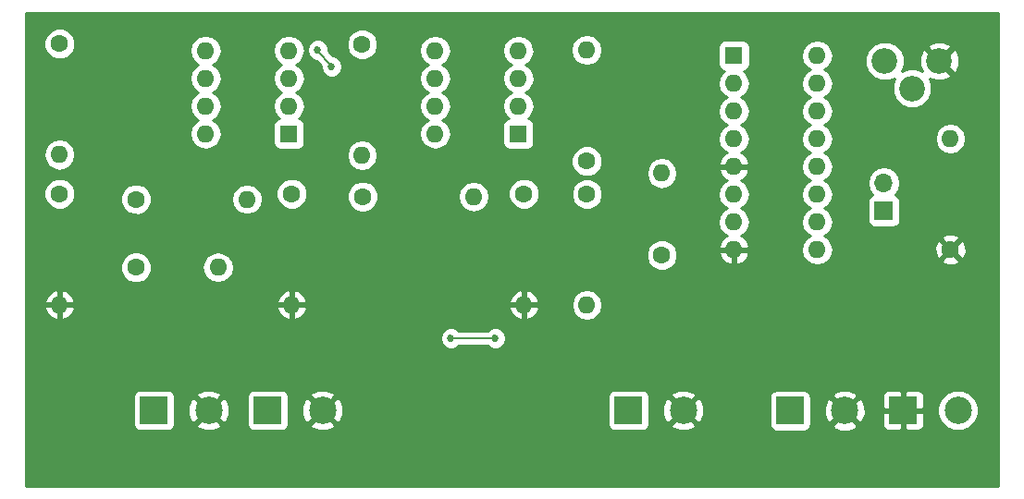
<source format=gbr>
G04 #@! TF.FileFunction,Copper,L2,Bot,Signal*
%FSLAX46Y46*%
G04 Gerber Fmt 4.6, Leading zero omitted, Abs format (unit mm)*
G04 Created by KiCad (PCBNEW 4.0.6) date 09/01/17 13:25:39*
%MOMM*%
%LPD*%
G01*
G04 APERTURE LIST*
%ADD10C,0.100000*%
%ADD11R,2.500000X2.500000*%
%ADD12C,2.500000*%
%ADD13C,1.600000*%
%ADD14O,1.600000X1.600000*%
%ADD15R,1.700000X1.700000*%
%ADD16O,1.700000X1.700000*%
%ADD17R,1.600000X1.600000*%
%ADD18C,2.340000*%
%ADD19C,0.685800*%
%ADD20C,0.152400*%
%ADD21C,0.254000*%
G04 APERTURE END LIST*
D10*
D11*
X221234000Y-148844000D03*
D12*
X226234000Y-148844000D03*
D11*
X210875000Y-148875000D03*
D12*
X215875000Y-148875000D03*
D13*
X151000000Y-135750000D03*
D14*
X158500000Y-135750000D03*
D13*
X199136000Y-134620000D03*
D14*
X199136000Y-127120000D03*
D15*
X219456000Y-130556000D03*
D16*
X219456000Y-128016000D03*
D13*
X171704000Y-115316000D03*
D14*
X171704000Y-125476000D03*
D13*
X151000000Y-129500000D03*
D14*
X161160000Y-129500000D03*
D13*
X165250000Y-129000000D03*
D14*
X165250000Y-139160000D03*
D13*
X144000000Y-115250000D03*
D14*
X144000000Y-125410000D03*
D13*
X144000000Y-129000000D03*
D14*
X144000000Y-139160000D03*
D13*
X192250000Y-126000000D03*
D14*
X192250000Y-115840000D03*
D13*
X192278000Y-129032000D03*
D14*
X192278000Y-139192000D03*
D13*
X171750000Y-129250000D03*
D14*
X181910000Y-129250000D03*
D13*
X186500000Y-129000000D03*
D14*
X186500000Y-139160000D03*
D13*
X225552000Y-134112000D03*
D14*
X225552000Y-123952000D03*
D17*
X205740000Y-116332000D03*
D14*
X213360000Y-134112000D03*
X205740000Y-118872000D03*
X213360000Y-131572000D03*
X205740000Y-121412000D03*
X213360000Y-129032000D03*
X205740000Y-123952000D03*
X213360000Y-126492000D03*
X205740000Y-126492000D03*
X213360000Y-123952000D03*
X205740000Y-129032000D03*
X213360000Y-121412000D03*
X205740000Y-131572000D03*
X213360000Y-118872000D03*
X205740000Y-134112000D03*
X213360000Y-116332000D03*
D17*
X186000000Y-123500000D03*
D14*
X178380000Y-115880000D03*
X186000000Y-120960000D03*
X178380000Y-118420000D03*
X186000000Y-118420000D03*
X178380000Y-120960000D03*
X186000000Y-115880000D03*
X178380000Y-123500000D03*
D17*
X165000000Y-123500000D03*
D14*
X157380000Y-115880000D03*
X165000000Y-120960000D03*
X157380000Y-118420000D03*
X165000000Y-118420000D03*
X157380000Y-120960000D03*
X165000000Y-115880000D03*
X157380000Y-123500000D03*
D11*
X196088000Y-148844000D03*
D12*
X201088000Y-148844000D03*
D11*
X163068000Y-148844000D03*
D12*
X168068000Y-148844000D03*
D11*
X152654000Y-148844000D03*
D12*
X157654000Y-148844000D03*
D18*
X219536000Y-116840000D03*
X222036000Y-119340000D03*
X224536000Y-116840000D03*
D19*
X168910000Y-117348000D03*
X167640000Y-115824000D03*
X179832000Y-142240000D03*
X183896000Y-142240000D03*
D20*
X167640000Y-115824000D02*
X168910000Y-117348000D01*
X183896000Y-142240000D02*
X179832000Y-142240000D01*
D21*
G36*
X229922000Y-155754000D02*
X140918000Y-155754000D01*
X140918000Y-147594000D01*
X150756560Y-147594000D01*
X150756560Y-150094000D01*
X150800838Y-150329317D01*
X150939910Y-150545441D01*
X151152110Y-150690431D01*
X151404000Y-150741440D01*
X153904000Y-150741440D01*
X154139317Y-150697162D01*
X154355441Y-150558090D01*
X154500431Y-150345890D01*
X154534567Y-150177320D01*
X156500285Y-150177320D01*
X156629533Y-150470123D01*
X157329806Y-150738388D01*
X158079435Y-150718250D01*
X158678467Y-150470123D01*
X158807715Y-150177320D01*
X157654000Y-149023605D01*
X156500285Y-150177320D01*
X154534567Y-150177320D01*
X154551440Y-150094000D01*
X154551440Y-148519806D01*
X155759612Y-148519806D01*
X155779750Y-149269435D01*
X156027877Y-149868467D01*
X156320680Y-149997715D01*
X157474395Y-148844000D01*
X157833605Y-148844000D01*
X158987320Y-149997715D01*
X159280123Y-149868467D01*
X159548388Y-149168194D01*
X159528250Y-148418565D01*
X159280123Y-147819533D01*
X158987320Y-147690285D01*
X157833605Y-148844000D01*
X157474395Y-148844000D01*
X156320680Y-147690285D01*
X156027877Y-147819533D01*
X155759612Y-148519806D01*
X154551440Y-148519806D01*
X154551440Y-147594000D01*
X154535763Y-147510680D01*
X156500285Y-147510680D01*
X157654000Y-148664395D01*
X158724395Y-147594000D01*
X161170560Y-147594000D01*
X161170560Y-150094000D01*
X161214838Y-150329317D01*
X161353910Y-150545441D01*
X161566110Y-150690431D01*
X161818000Y-150741440D01*
X164318000Y-150741440D01*
X164553317Y-150697162D01*
X164769441Y-150558090D01*
X164914431Y-150345890D01*
X164948567Y-150177320D01*
X166914285Y-150177320D01*
X167043533Y-150470123D01*
X167743806Y-150738388D01*
X168493435Y-150718250D01*
X169092467Y-150470123D01*
X169221715Y-150177320D01*
X168068000Y-149023605D01*
X166914285Y-150177320D01*
X164948567Y-150177320D01*
X164965440Y-150094000D01*
X164965440Y-148519806D01*
X166173612Y-148519806D01*
X166193750Y-149269435D01*
X166441877Y-149868467D01*
X166734680Y-149997715D01*
X167888395Y-148844000D01*
X168247605Y-148844000D01*
X169401320Y-149997715D01*
X169694123Y-149868467D01*
X169962388Y-149168194D01*
X169942250Y-148418565D01*
X169694123Y-147819533D01*
X169401320Y-147690285D01*
X168247605Y-148844000D01*
X167888395Y-148844000D01*
X166734680Y-147690285D01*
X166441877Y-147819533D01*
X166173612Y-148519806D01*
X164965440Y-148519806D01*
X164965440Y-147594000D01*
X164949763Y-147510680D01*
X166914285Y-147510680D01*
X168068000Y-148664395D01*
X169138395Y-147594000D01*
X194190560Y-147594000D01*
X194190560Y-150094000D01*
X194234838Y-150329317D01*
X194373910Y-150545441D01*
X194586110Y-150690431D01*
X194838000Y-150741440D01*
X197338000Y-150741440D01*
X197573317Y-150697162D01*
X197789441Y-150558090D01*
X197934431Y-150345890D01*
X197968567Y-150177320D01*
X199934285Y-150177320D01*
X200063533Y-150470123D01*
X200763806Y-150738388D01*
X201513435Y-150718250D01*
X202112467Y-150470123D01*
X202241715Y-150177320D01*
X201088000Y-149023605D01*
X199934285Y-150177320D01*
X197968567Y-150177320D01*
X197985440Y-150094000D01*
X197985440Y-148519806D01*
X199193612Y-148519806D01*
X199213750Y-149269435D01*
X199461877Y-149868467D01*
X199754680Y-149997715D01*
X200908395Y-148844000D01*
X201267605Y-148844000D01*
X202421320Y-149997715D01*
X202714123Y-149868467D01*
X202982388Y-149168194D01*
X202962250Y-148418565D01*
X202714123Y-147819533D01*
X202421320Y-147690285D01*
X201267605Y-148844000D01*
X200908395Y-148844000D01*
X199754680Y-147690285D01*
X199461877Y-147819533D01*
X199193612Y-148519806D01*
X197985440Y-148519806D01*
X197985440Y-147594000D01*
X197969763Y-147510680D01*
X199934285Y-147510680D01*
X201088000Y-148664395D01*
X202127395Y-147625000D01*
X208977560Y-147625000D01*
X208977560Y-150125000D01*
X209021838Y-150360317D01*
X209160910Y-150576441D01*
X209373110Y-150721431D01*
X209625000Y-150772440D01*
X212125000Y-150772440D01*
X212360317Y-150728162D01*
X212576441Y-150589090D01*
X212721431Y-150376890D01*
X212755567Y-150208320D01*
X214721285Y-150208320D01*
X214850533Y-150501123D01*
X215550806Y-150769388D01*
X216300435Y-150749250D01*
X216899467Y-150501123D01*
X217028715Y-150208320D01*
X215875000Y-149054605D01*
X214721285Y-150208320D01*
X212755567Y-150208320D01*
X212772440Y-150125000D01*
X212772440Y-148550806D01*
X213980612Y-148550806D01*
X214000750Y-149300435D01*
X214248877Y-149899467D01*
X214541680Y-150028715D01*
X215695395Y-148875000D01*
X216054605Y-148875000D01*
X217208320Y-150028715D01*
X217501123Y-149899467D01*
X217769388Y-149199194D01*
X217767523Y-149129750D01*
X219349000Y-149129750D01*
X219349000Y-150220310D01*
X219445673Y-150453699D01*
X219624302Y-150632327D01*
X219857691Y-150729000D01*
X220948250Y-150729000D01*
X221107000Y-150570250D01*
X221107000Y-148971000D01*
X221361000Y-148971000D01*
X221361000Y-150570250D01*
X221519750Y-150729000D01*
X222610309Y-150729000D01*
X222843698Y-150632327D01*
X223022327Y-150453699D01*
X223119000Y-150220310D01*
X223119000Y-149217305D01*
X224348674Y-149217305D01*
X224635043Y-149910372D01*
X225164839Y-150441093D01*
X225857405Y-150728672D01*
X226607305Y-150729326D01*
X227300372Y-150442957D01*
X227831093Y-149913161D01*
X228118672Y-149220595D01*
X228119326Y-148470695D01*
X227832957Y-147777628D01*
X227303161Y-147246907D01*
X226610595Y-146959328D01*
X225860695Y-146958674D01*
X225167628Y-147245043D01*
X224636907Y-147774839D01*
X224349328Y-148467405D01*
X224348674Y-149217305D01*
X223119000Y-149217305D01*
X223119000Y-149129750D01*
X222960250Y-148971000D01*
X221361000Y-148971000D01*
X221107000Y-148971000D01*
X219507750Y-148971000D01*
X219349000Y-149129750D01*
X217767523Y-149129750D01*
X217749250Y-148449565D01*
X217501123Y-147850533D01*
X217208320Y-147721285D01*
X216054605Y-148875000D01*
X215695395Y-148875000D01*
X214541680Y-147721285D01*
X214248877Y-147850533D01*
X213980612Y-148550806D01*
X212772440Y-148550806D01*
X212772440Y-147625000D01*
X212756763Y-147541680D01*
X214721285Y-147541680D01*
X215875000Y-148695395D01*
X217028715Y-147541680D01*
X216996055Y-147467690D01*
X219349000Y-147467690D01*
X219349000Y-148558250D01*
X219507750Y-148717000D01*
X221107000Y-148717000D01*
X221107000Y-147117750D01*
X221361000Y-147117750D01*
X221361000Y-148717000D01*
X222960250Y-148717000D01*
X223119000Y-148558250D01*
X223119000Y-147467690D01*
X223022327Y-147234301D01*
X222843698Y-147055673D01*
X222610309Y-146959000D01*
X221519750Y-146959000D01*
X221361000Y-147117750D01*
X221107000Y-147117750D01*
X220948250Y-146959000D01*
X219857691Y-146959000D01*
X219624302Y-147055673D01*
X219445673Y-147234301D01*
X219349000Y-147467690D01*
X216996055Y-147467690D01*
X216899467Y-147248877D01*
X216199194Y-146980612D01*
X215449565Y-147000750D01*
X214850533Y-147248877D01*
X214721285Y-147541680D01*
X212756763Y-147541680D01*
X212728162Y-147389683D01*
X212589090Y-147173559D01*
X212376890Y-147028569D01*
X212125000Y-146977560D01*
X209625000Y-146977560D01*
X209389683Y-147021838D01*
X209173559Y-147160910D01*
X209028569Y-147373110D01*
X208977560Y-147625000D01*
X202127395Y-147625000D01*
X202241715Y-147510680D01*
X202112467Y-147217877D01*
X201412194Y-146949612D01*
X200662565Y-146969750D01*
X200063533Y-147217877D01*
X199934285Y-147510680D01*
X197969763Y-147510680D01*
X197941162Y-147358683D01*
X197802090Y-147142559D01*
X197589890Y-146997569D01*
X197338000Y-146946560D01*
X194838000Y-146946560D01*
X194602683Y-146990838D01*
X194386559Y-147129910D01*
X194241569Y-147342110D01*
X194190560Y-147594000D01*
X169138395Y-147594000D01*
X169221715Y-147510680D01*
X169092467Y-147217877D01*
X168392194Y-146949612D01*
X167642565Y-146969750D01*
X167043533Y-147217877D01*
X166914285Y-147510680D01*
X164949763Y-147510680D01*
X164921162Y-147358683D01*
X164782090Y-147142559D01*
X164569890Y-146997569D01*
X164318000Y-146946560D01*
X161818000Y-146946560D01*
X161582683Y-146990838D01*
X161366559Y-147129910D01*
X161221569Y-147342110D01*
X161170560Y-147594000D01*
X158724395Y-147594000D01*
X158807715Y-147510680D01*
X158678467Y-147217877D01*
X157978194Y-146949612D01*
X157228565Y-146969750D01*
X156629533Y-147217877D01*
X156500285Y-147510680D01*
X154535763Y-147510680D01*
X154507162Y-147358683D01*
X154368090Y-147142559D01*
X154155890Y-146997569D01*
X153904000Y-146946560D01*
X151404000Y-146946560D01*
X151168683Y-146990838D01*
X150952559Y-147129910D01*
X150807569Y-147342110D01*
X150756560Y-147594000D01*
X140918000Y-147594000D01*
X140918000Y-142433663D01*
X178853931Y-142433663D01*
X179002493Y-142793212D01*
X179277341Y-143068540D01*
X179636630Y-143217730D01*
X180025663Y-143218069D01*
X180385212Y-143069507D01*
X180503726Y-142951200D01*
X183224206Y-142951200D01*
X183341341Y-143068540D01*
X183700630Y-143217730D01*
X184089663Y-143218069D01*
X184449212Y-143069507D01*
X184724540Y-142794659D01*
X184873730Y-142435370D01*
X184874069Y-142046337D01*
X184725507Y-141686788D01*
X184450659Y-141411460D01*
X184091370Y-141262270D01*
X183702337Y-141261931D01*
X183342788Y-141410493D01*
X183224274Y-141528800D01*
X180503794Y-141528800D01*
X180386659Y-141411460D01*
X180027370Y-141262270D01*
X179638337Y-141261931D01*
X179278788Y-141410493D01*
X179003460Y-141685341D01*
X178854270Y-142044630D01*
X178853931Y-142433663D01*
X140918000Y-142433663D01*
X140918000Y-139509041D01*
X142608086Y-139509041D01*
X142847611Y-140015134D01*
X143262577Y-140391041D01*
X143650961Y-140551904D01*
X143873000Y-140429915D01*
X143873000Y-139287000D01*
X144127000Y-139287000D01*
X144127000Y-140429915D01*
X144349039Y-140551904D01*
X144737423Y-140391041D01*
X145152389Y-140015134D01*
X145391914Y-139509041D01*
X163858086Y-139509041D01*
X164097611Y-140015134D01*
X164512577Y-140391041D01*
X164900961Y-140551904D01*
X165123000Y-140429915D01*
X165123000Y-139287000D01*
X165377000Y-139287000D01*
X165377000Y-140429915D01*
X165599039Y-140551904D01*
X165987423Y-140391041D01*
X166402389Y-140015134D01*
X166641914Y-139509041D01*
X185108086Y-139509041D01*
X185347611Y-140015134D01*
X185762577Y-140391041D01*
X186150961Y-140551904D01*
X186373000Y-140429915D01*
X186373000Y-139287000D01*
X186627000Y-139287000D01*
X186627000Y-140429915D01*
X186849039Y-140551904D01*
X187237423Y-140391041D01*
X187652389Y-140015134D01*
X187891914Y-139509041D01*
X187770629Y-139287000D01*
X186627000Y-139287000D01*
X186373000Y-139287000D01*
X185229371Y-139287000D01*
X185108086Y-139509041D01*
X166641914Y-139509041D01*
X166520629Y-139287000D01*
X165377000Y-139287000D01*
X165123000Y-139287000D01*
X163979371Y-139287000D01*
X163858086Y-139509041D01*
X145391914Y-139509041D01*
X145270629Y-139287000D01*
X144127000Y-139287000D01*
X143873000Y-139287000D01*
X142729371Y-139287000D01*
X142608086Y-139509041D01*
X140918000Y-139509041D01*
X140918000Y-139163887D01*
X190843000Y-139163887D01*
X190843000Y-139220113D01*
X190952233Y-139769264D01*
X191263302Y-140234811D01*
X191728849Y-140545880D01*
X192278000Y-140655113D01*
X192827151Y-140545880D01*
X193292698Y-140234811D01*
X193603767Y-139769264D01*
X193713000Y-139220113D01*
X193713000Y-139163887D01*
X193603767Y-138614736D01*
X193292698Y-138149189D01*
X192827151Y-137838120D01*
X192278000Y-137728887D01*
X191728849Y-137838120D01*
X191263302Y-138149189D01*
X190952233Y-138614736D01*
X190843000Y-139163887D01*
X140918000Y-139163887D01*
X140918000Y-138810959D01*
X142608086Y-138810959D01*
X142729371Y-139033000D01*
X143873000Y-139033000D01*
X143873000Y-137890085D01*
X144127000Y-137890085D01*
X144127000Y-139033000D01*
X145270629Y-139033000D01*
X145391914Y-138810959D01*
X163858086Y-138810959D01*
X163979371Y-139033000D01*
X165123000Y-139033000D01*
X165123000Y-137890085D01*
X165377000Y-137890085D01*
X165377000Y-139033000D01*
X166520629Y-139033000D01*
X166641914Y-138810959D01*
X185108086Y-138810959D01*
X185229371Y-139033000D01*
X186373000Y-139033000D01*
X186373000Y-137890085D01*
X186627000Y-137890085D01*
X186627000Y-139033000D01*
X187770629Y-139033000D01*
X187891914Y-138810959D01*
X187652389Y-138304866D01*
X187237423Y-137928959D01*
X186849039Y-137768096D01*
X186627000Y-137890085D01*
X186373000Y-137890085D01*
X186150961Y-137768096D01*
X185762577Y-137928959D01*
X185347611Y-138304866D01*
X185108086Y-138810959D01*
X166641914Y-138810959D01*
X166402389Y-138304866D01*
X165987423Y-137928959D01*
X165599039Y-137768096D01*
X165377000Y-137890085D01*
X165123000Y-137890085D01*
X164900961Y-137768096D01*
X164512577Y-137928959D01*
X164097611Y-138304866D01*
X163858086Y-138810959D01*
X145391914Y-138810959D01*
X145152389Y-138304866D01*
X144737423Y-137928959D01*
X144349039Y-137768096D01*
X144127000Y-137890085D01*
X143873000Y-137890085D01*
X143650961Y-137768096D01*
X143262577Y-137928959D01*
X142847611Y-138304866D01*
X142608086Y-138810959D01*
X140918000Y-138810959D01*
X140918000Y-136034187D01*
X149564752Y-136034187D01*
X149782757Y-136561800D01*
X150186077Y-136965824D01*
X150713309Y-137184750D01*
X151284187Y-137185248D01*
X151811800Y-136967243D01*
X152215824Y-136563923D01*
X152434750Y-136036691D01*
X152435000Y-135750000D01*
X157036887Y-135750000D01*
X157146120Y-136299151D01*
X157457189Y-136764698D01*
X157922736Y-137075767D01*
X158471887Y-137185000D01*
X158528113Y-137185000D01*
X159077264Y-137075767D01*
X159542811Y-136764698D01*
X159853880Y-136299151D01*
X159963113Y-135750000D01*
X159853880Y-135200849D01*
X159655657Y-134904187D01*
X197700752Y-134904187D01*
X197918757Y-135431800D01*
X198322077Y-135835824D01*
X198849309Y-136054750D01*
X199420187Y-136055248D01*
X199947800Y-135837243D01*
X200351824Y-135433923D01*
X200570750Y-134906691D01*
X200571138Y-134461039D01*
X204348096Y-134461039D01*
X204508959Y-134849423D01*
X204884866Y-135264389D01*
X205390959Y-135503914D01*
X205613000Y-135382629D01*
X205613000Y-134239000D01*
X205867000Y-134239000D01*
X205867000Y-135382629D01*
X206089041Y-135503914D01*
X206595134Y-135264389D01*
X206971041Y-134849423D01*
X207131904Y-134461039D01*
X207009915Y-134239000D01*
X205867000Y-134239000D01*
X205613000Y-134239000D01*
X204470085Y-134239000D01*
X204348096Y-134461039D01*
X200571138Y-134461039D01*
X200571248Y-134335813D01*
X200353243Y-133808200D01*
X199949923Y-133404176D01*
X199422691Y-133185250D01*
X198851813Y-133184752D01*
X198324200Y-133402757D01*
X197920176Y-133806077D01*
X197701250Y-134333309D01*
X197700752Y-134904187D01*
X159655657Y-134904187D01*
X159542811Y-134735302D01*
X159077264Y-134424233D01*
X158528113Y-134315000D01*
X158471887Y-134315000D01*
X157922736Y-134424233D01*
X157457189Y-134735302D01*
X157146120Y-135200849D01*
X157036887Y-135750000D01*
X152435000Y-135750000D01*
X152435248Y-135465813D01*
X152217243Y-134938200D01*
X151813923Y-134534176D01*
X151286691Y-134315250D01*
X150715813Y-134314752D01*
X150188200Y-134532757D01*
X149784176Y-134936077D01*
X149565250Y-135463309D01*
X149564752Y-136034187D01*
X140918000Y-136034187D01*
X140918000Y-129284187D01*
X142564752Y-129284187D01*
X142782757Y-129811800D01*
X143186077Y-130215824D01*
X143713309Y-130434750D01*
X144284187Y-130435248D01*
X144811800Y-130217243D01*
X145215824Y-129813923D01*
X145228171Y-129784187D01*
X149564752Y-129784187D01*
X149782757Y-130311800D01*
X150186077Y-130715824D01*
X150713309Y-130934750D01*
X151284187Y-130935248D01*
X151811800Y-130717243D01*
X152215824Y-130313923D01*
X152434750Y-129786691D01*
X152435000Y-129500000D01*
X159696887Y-129500000D01*
X159806120Y-130049151D01*
X160117189Y-130514698D01*
X160582736Y-130825767D01*
X161131887Y-130935000D01*
X161188113Y-130935000D01*
X161737264Y-130825767D01*
X162202811Y-130514698D01*
X162513880Y-130049151D01*
X162623113Y-129500000D01*
X162580186Y-129284187D01*
X163814752Y-129284187D01*
X164032757Y-129811800D01*
X164436077Y-130215824D01*
X164963309Y-130434750D01*
X165534187Y-130435248D01*
X166061800Y-130217243D01*
X166465824Y-129813923D01*
X166581980Y-129534187D01*
X170314752Y-129534187D01*
X170532757Y-130061800D01*
X170936077Y-130465824D01*
X171463309Y-130684750D01*
X172034187Y-130685248D01*
X172561800Y-130467243D01*
X172965824Y-130063923D01*
X173184750Y-129536691D01*
X173185000Y-129250000D01*
X180446887Y-129250000D01*
X180556120Y-129799151D01*
X180867189Y-130264698D01*
X181332736Y-130575767D01*
X181881887Y-130685000D01*
X181938113Y-130685000D01*
X182487264Y-130575767D01*
X182952811Y-130264698D01*
X183263880Y-129799151D01*
X183366312Y-129284187D01*
X185064752Y-129284187D01*
X185282757Y-129811800D01*
X185686077Y-130215824D01*
X186213309Y-130434750D01*
X186784187Y-130435248D01*
X187311800Y-130217243D01*
X187715824Y-129813923D01*
X187922502Y-129316187D01*
X190842752Y-129316187D01*
X191060757Y-129843800D01*
X191464077Y-130247824D01*
X191991309Y-130466750D01*
X192562187Y-130467248D01*
X193089800Y-130249243D01*
X193493824Y-129845923D01*
X193712750Y-129318691D01*
X193713000Y-129032000D01*
X204276887Y-129032000D01*
X204386120Y-129581151D01*
X204697189Y-130046698D01*
X205079275Y-130302000D01*
X204697189Y-130557302D01*
X204386120Y-131022849D01*
X204276887Y-131572000D01*
X204386120Y-132121151D01*
X204697189Y-132586698D01*
X205101703Y-132856986D01*
X204884866Y-132959611D01*
X204508959Y-133374577D01*
X204348096Y-133762961D01*
X204470085Y-133985000D01*
X205613000Y-133985000D01*
X205613000Y-133965000D01*
X205867000Y-133965000D01*
X205867000Y-133985000D01*
X207009915Y-133985000D01*
X207131904Y-133762961D01*
X206971041Y-133374577D01*
X206595134Y-132959611D01*
X206378297Y-132856986D01*
X206782811Y-132586698D01*
X207093880Y-132121151D01*
X207203113Y-131572000D01*
X207093880Y-131022849D01*
X206782811Y-130557302D01*
X206400725Y-130302000D01*
X206782811Y-130046698D01*
X207093880Y-129581151D01*
X207203113Y-129032000D01*
X207093880Y-128482849D01*
X206782811Y-128017302D01*
X206378297Y-127747014D01*
X206595134Y-127644389D01*
X206971041Y-127229423D01*
X207131904Y-126841039D01*
X207009915Y-126619000D01*
X205867000Y-126619000D01*
X205867000Y-126639000D01*
X205613000Y-126639000D01*
X205613000Y-126619000D01*
X204470085Y-126619000D01*
X204348096Y-126841039D01*
X204508959Y-127229423D01*
X204884866Y-127644389D01*
X205101703Y-127747014D01*
X204697189Y-128017302D01*
X204386120Y-128482849D01*
X204276887Y-129032000D01*
X193713000Y-129032000D01*
X193713248Y-128747813D01*
X193495243Y-128220200D01*
X193091923Y-127816176D01*
X192564691Y-127597250D01*
X191993813Y-127596752D01*
X191466200Y-127814757D01*
X191062176Y-128218077D01*
X190843250Y-128745309D01*
X190842752Y-129316187D01*
X187922502Y-129316187D01*
X187934750Y-129286691D01*
X187935248Y-128715813D01*
X187717243Y-128188200D01*
X187313923Y-127784176D01*
X186786691Y-127565250D01*
X186215813Y-127564752D01*
X185688200Y-127782757D01*
X185284176Y-128186077D01*
X185065250Y-128713309D01*
X185064752Y-129284187D01*
X183366312Y-129284187D01*
X183373113Y-129250000D01*
X183263880Y-128700849D01*
X182952811Y-128235302D01*
X182487264Y-127924233D01*
X181938113Y-127815000D01*
X181881887Y-127815000D01*
X181332736Y-127924233D01*
X180867189Y-128235302D01*
X180556120Y-128700849D01*
X180446887Y-129250000D01*
X173185000Y-129250000D01*
X173185248Y-128965813D01*
X172967243Y-128438200D01*
X172563923Y-128034176D01*
X172036691Y-127815250D01*
X171465813Y-127814752D01*
X170938200Y-128032757D01*
X170534176Y-128436077D01*
X170315250Y-128963309D01*
X170314752Y-129534187D01*
X166581980Y-129534187D01*
X166684750Y-129286691D01*
X166685248Y-128715813D01*
X166467243Y-128188200D01*
X166063923Y-127784176D01*
X165536691Y-127565250D01*
X164965813Y-127564752D01*
X164438200Y-127782757D01*
X164034176Y-128186077D01*
X163815250Y-128713309D01*
X163814752Y-129284187D01*
X162580186Y-129284187D01*
X162513880Y-128950849D01*
X162202811Y-128485302D01*
X161737264Y-128174233D01*
X161188113Y-128065000D01*
X161131887Y-128065000D01*
X160582736Y-128174233D01*
X160117189Y-128485302D01*
X159806120Y-128950849D01*
X159696887Y-129500000D01*
X152435000Y-129500000D01*
X152435248Y-129215813D01*
X152217243Y-128688200D01*
X151813923Y-128284176D01*
X151286691Y-128065250D01*
X150715813Y-128064752D01*
X150188200Y-128282757D01*
X149784176Y-128686077D01*
X149565250Y-129213309D01*
X149564752Y-129784187D01*
X145228171Y-129784187D01*
X145434750Y-129286691D01*
X145435248Y-128715813D01*
X145217243Y-128188200D01*
X144813923Y-127784176D01*
X144286691Y-127565250D01*
X143715813Y-127564752D01*
X143188200Y-127782757D01*
X142784176Y-128186077D01*
X142565250Y-128713309D01*
X142564752Y-129284187D01*
X140918000Y-129284187D01*
X140918000Y-125381887D01*
X142565000Y-125381887D01*
X142565000Y-125438113D01*
X142674233Y-125987264D01*
X142985302Y-126452811D01*
X143450849Y-126763880D01*
X144000000Y-126873113D01*
X144549151Y-126763880D01*
X145014698Y-126452811D01*
X145325767Y-125987264D01*
X145433055Y-125447887D01*
X170269000Y-125447887D01*
X170269000Y-125504113D01*
X170378233Y-126053264D01*
X170689302Y-126518811D01*
X171154849Y-126829880D01*
X171704000Y-126939113D01*
X172253151Y-126829880D01*
X172718698Y-126518811D01*
X172875468Y-126284187D01*
X190814752Y-126284187D01*
X191032757Y-126811800D01*
X191436077Y-127215824D01*
X191963309Y-127434750D01*
X192534187Y-127435248D01*
X193061800Y-127217243D01*
X193187374Y-127091887D01*
X197701000Y-127091887D01*
X197701000Y-127148113D01*
X197810233Y-127697264D01*
X198121302Y-128162811D01*
X198586849Y-128473880D01*
X199136000Y-128583113D01*
X199685151Y-128473880D01*
X200150698Y-128162811D01*
X200461767Y-127697264D01*
X200571000Y-127148113D01*
X200571000Y-127091887D01*
X200461767Y-126542736D01*
X200150698Y-126077189D01*
X199685151Y-125766120D01*
X199136000Y-125656887D01*
X198586849Y-125766120D01*
X198121302Y-126077189D01*
X197810233Y-126542736D01*
X197701000Y-127091887D01*
X193187374Y-127091887D01*
X193465824Y-126813923D01*
X193684750Y-126286691D01*
X193685248Y-125715813D01*
X193467243Y-125188200D01*
X193063923Y-124784176D01*
X192536691Y-124565250D01*
X191965813Y-124564752D01*
X191438200Y-124782757D01*
X191034176Y-125186077D01*
X190815250Y-125713309D01*
X190814752Y-126284187D01*
X172875468Y-126284187D01*
X173029767Y-126053264D01*
X173139000Y-125504113D01*
X173139000Y-125447887D01*
X173029767Y-124898736D01*
X172718698Y-124433189D01*
X172253151Y-124122120D01*
X171704000Y-124012887D01*
X171154849Y-124122120D01*
X170689302Y-124433189D01*
X170378233Y-124898736D01*
X170269000Y-125447887D01*
X145433055Y-125447887D01*
X145435000Y-125438113D01*
X145435000Y-125381887D01*
X145325767Y-124832736D01*
X145014698Y-124367189D01*
X144549151Y-124056120D01*
X144000000Y-123946887D01*
X143450849Y-124056120D01*
X142985302Y-124367189D01*
X142674233Y-124832736D01*
X142565000Y-125381887D01*
X140918000Y-125381887D01*
X140918000Y-115534187D01*
X142564752Y-115534187D01*
X142782757Y-116061800D01*
X143186077Y-116465824D01*
X143713309Y-116684750D01*
X144284187Y-116685248D01*
X144811800Y-116467243D01*
X145215824Y-116063923D01*
X145292195Y-115880000D01*
X155916887Y-115880000D01*
X156026120Y-116429151D01*
X156337189Y-116894698D01*
X156719275Y-117150000D01*
X156337189Y-117405302D01*
X156026120Y-117870849D01*
X155916887Y-118420000D01*
X156026120Y-118969151D01*
X156337189Y-119434698D01*
X156719275Y-119690000D01*
X156337189Y-119945302D01*
X156026120Y-120410849D01*
X155916887Y-120960000D01*
X156026120Y-121509151D01*
X156337189Y-121974698D01*
X156719275Y-122230000D01*
X156337189Y-122485302D01*
X156026120Y-122950849D01*
X155916887Y-123500000D01*
X156026120Y-124049151D01*
X156337189Y-124514698D01*
X156802736Y-124825767D01*
X157351887Y-124935000D01*
X157408113Y-124935000D01*
X157957264Y-124825767D01*
X158422811Y-124514698D01*
X158733880Y-124049151D01*
X158843113Y-123500000D01*
X158733880Y-122950849D01*
X158422811Y-122485302D01*
X158040725Y-122230000D01*
X158422811Y-121974698D01*
X158733880Y-121509151D01*
X158843113Y-120960000D01*
X158733880Y-120410849D01*
X158422811Y-119945302D01*
X158040725Y-119690000D01*
X158422811Y-119434698D01*
X158733880Y-118969151D01*
X158843113Y-118420000D01*
X158733880Y-117870849D01*
X158422811Y-117405302D01*
X158040725Y-117150000D01*
X158422811Y-116894698D01*
X158733880Y-116429151D01*
X158843113Y-115880000D01*
X163536887Y-115880000D01*
X163646120Y-116429151D01*
X163957189Y-116894698D01*
X164339275Y-117150000D01*
X163957189Y-117405302D01*
X163646120Y-117870849D01*
X163536887Y-118420000D01*
X163646120Y-118969151D01*
X163957189Y-119434698D01*
X164339275Y-119690000D01*
X163957189Y-119945302D01*
X163646120Y-120410849D01*
X163536887Y-120960000D01*
X163646120Y-121509151D01*
X163957189Y-121974698D01*
X164101465Y-122071101D01*
X163964683Y-122096838D01*
X163748559Y-122235910D01*
X163603569Y-122448110D01*
X163552560Y-122700000D01*
X163552560Y-124300000D01*
X163596838Y-124535317D01*
X163735910Y-124751441D01*
X163948110Y-124896431D01*
X164200000Y-124947440D01*
X165800000Y-124947440D01*
X166035317Y-124903162D01*
X166251441Y-124764090D01*
X166396431Y-124551890D01*
X166447440Y-124300000D01*
X166447440Y-122700000D01*
X166403162Y-122464683D01*
X166264090Y-122248559D01*
X166051890Y-122103569D01*
X165896911Y-122072185D01*
X166042811Y-121974698D01*
X166353880Y-121509151D01*
X166463113Y-120960000D01*
X166353880Y-120410849D01*
X166042811Y-119945302D01*
X165660725Y-119690000D01*
X166042811Y-119434698D01*
X166353880Y-118969151D01*
X166463113Y-118420000D01*
X166353880Y-117870849D01*
X166042811Y-117405302D01*
X165660725Y-117150000D01*
X166042811Y-116894698D01*
X166353880Y-116429151D01*
X166435730Y-116017663D01*
X166661931Y-116017663D01*
X166810493Y-116377212D01*
X167085341Y-116652540D01*
X167444630Y-116801730D01*
X167529061Y-116801804D01*
X167932154Y-117285515D01*
X167931931Y-117541663D01*
X168080493Y-117901212D01*
X168355341Y-118176540D01*
X168714630Y-118325730D01*
X169103663Y-118326069D01*
X169463212Y-118177507D01*
X169738540Y-117902659D01*
X169887730Y-117543370D01*
X169888069Y-117154337D01*
X169739507Y-116794788D01*
X169464659Y-116519460D01*
X169105370Y-116370270D01*
X169020939Y-116370196D01*
X168617846Y-115886485D01*
X168618069Y-115630337D01*
X168605612Y-115600187D01*
X170268752Y-115600187D01*
X170486757Y-116127800D01*
X170890077Y-116531824D01*
X171417309Y-116750750D01*
X171988187Y-116751248D01*
X172515800Y-116533243D01*
X172919824Y-116129923D01*
X173023601Y-115880000D01*
X176916887Y-115880000D01*
X177026120Y-116429151D01*
X177337189Y-116894698D01*
X177719275Y-117150000D01*
X177337189Y-117405302D01*
X177026120Y-117870849D01*
X176916887Y-118420000D01*
X177026120Y-118969151D01*
X177337189Y-119434698D01*
X177719275Y-119690000D01*
X177337189Y-119945302D01*
X177026120Y-120410849D01*
X176916887Y-120960000D01*
X177026120Y-121509151D01*
X177337189Y-121974698D01*
X177719275Y-122230000D01*
X177337189Y-122485302D01*
X177026120Y-122950849D01*
X176916887Y-123500000D01*
X177026120Y-124049151D01*
X177337189Y-124514698D01*
X177802736Y-124825767D01*
X178351887Y-124935000D01*
X178408113Y-124935000D01*
X178957264Y-124825767D01*
X179422811Y-124514698D01*
X179733880Y-124049151D01*
X179843113Y-123500000D01*
X179733880Y-122950849D01*
X179422811Y-122485302D01*
X179040725Y-122230000D01*
X179422811Y-121974698D01*
X179733880Y-121509151D01*
X179843113Y-120960000D01*
X179733880Y-120410849D01*
X179422811Y-119945302D01*
X179040725Y-119690000D01*
X179422811Y-119434698D01*
X179733880Y-118969151D01*
X179843113Y-118420000D01*
X179733880Y-117870849D01*
X179422811Y-117405302D01*
X179040725Y-117150000D01*
X179422811Y-116894698D01*
X179733880Y-116429151D01*
X179843113Y-115880000D01*
X184536887Y-115880000D01*
X184646120Y-116429151D01*
X184957189Y-116894698D01*
X185339275Y-117150000D01*
X184957189Y-117405302D01*
X184646120Y-117870849D01*
X184536887Y-118420000D01*
X184646120Y-118969151D01*
X184957189Y-119434698D01*
X185339275Y-119690000D01*
X184957189Y-119945302D01*
X184646120Y-120410849D01*
X184536887Y-120960000D01*
X184646120Y-121509151D01*
X184957189Y-121974698D01*
X185101465Y-122071101D01*
X184964683Y-122096838D01*
X184748559Y-122235910D01*
X184603569Y-122448110D01*
X184552560Y-122700000D01*
X184552560Y-124300000D01*
X184596838Y-124535317D01*
X184735910Y-124751441D01*
X184948110Y-124896431D01*
X185200000Y-124947440D01*
X186800000Y-124947440D01*
X187035317Y-124903162D01*
X187251441Y-124764090D01*
X187396431Y-124551890D01*
X187447440Y-124300000D01*
X187447440Y-122700000D01*
X187403162Y-122464683D01*
X187264090Y-122248559D01*
X187051890Y-122103569D01*
X186896911Y-122072185D01*
X187042811Y-121974698D01*
X187353880Y-121509151D01*
X187463113Y-120960000D01*
X187353880Y-120410849D01*
X187042811Y-119945302D01*
X186660725Y-119690000D01*
X187042811Y-119434698D01*
X187353880Y-118969151D01*
X187373204Y-118872000D01*
X204276887Y-118872000D01*
X204386120Y-119421151D01*
X204697189Y-119886698D01*
X205079275Y-120142000D01*
X204697189Y-120397302D01*
X204386120Y-120862849D01*
X204276887Y-121412000D01*
X204386120Y-121961151D01*
X204697189Y-122426698D01*
X205079275Y-122682000D01*
X204697189Y-122937302D01*
X204386120Y-123402849D01*
X204276887Y-123952000D01*
X204386120Y-124501151D01*
X204697189Y-124966698D01*
X205101703Y-125236986D01*
X204884866Y-125339611D01*
X204508959Y-125754577D01*
X204348096Y-126142961D01*
X204470085Y-126365000D01*
X205613000Y-126365000D01*
X205613000Y-126345000D01*
X205867000Y-126345000D01*
X205867000Y-126365000D01*
X207009915Y-126365000D01*
X207131904Y-126142961D01*
X206971041Y-125754577D01*
X206595134Y-125339611D01*
X206378297Y-125236986D01*
X206782811Y-124966698D01*
X207093880Y-124501151D01*
X207203113Y-123952000D01*
X207093880Y-123402849D01*
X206782811Y-122937302D01*
X206400725Y-122682000D01*
X206782811Y-122426698D01*
X207093880Y-121961151D01*
X207203113Y-121412000D01*
X207093880Y-120862849D01*
X206782811Y-120397302D01*
X206400725Y-120142000D01*
X206782811Y-119886698D01*
X207093880Y-119421151D01*
X207203113Y-118872000D01*
X207093880Y-118322849D01*
X206782811Y-117857302D01*
X206638535Y-117760899D01*
X206775317Y-117735162D01*
X206991441Y-117596090D01*
X207136431Y-117383890D01*
X207187440Y-117132000D01*
X207187440Y-116332000D01*
X211896887Y-116332000D01*
X212006120Y-116881151D01*
X212317189Y-117346698D01*
X212699275Y-117602000D01*
X212317189Y-117857302D01*
X212006120Y-118322849D01*
X211896887Y-118872000D01*
X212006120Y-119421151D01*
X212317189Y-119886698D01*
X212699275Y-120142000D01*
X212317189Y-120397302D01*
X212006120Y-120862849D01*
X211896887Y-121412000D01*
X212006120Y-121961151D01*
X212317189Y-122426698D01*
X212699275Y-122682000D01*
X212317189Y-122937302D01*
X212006120Y-123402849D01*
X211896887Y-123952000D01*
X212006120Y-124501151D01*
X212317189Y-124966698D01*
X212699275Y-125222000D01*
X212317189Y-125477302D01*
X212006120Y-125942849D01*
X211896887Y-126492000D01*
X212006120Y-127041151D01*
X212317189Y-127506698D01*
X212699275Y-127762000D01*
X212317189Y-128017302D01*
X212006120Y-128482849D01*
X211896887Y-129032000D01*
X212006120Y-129581151D01*
X212317189Y-130046698D01*
X212699275Y-130302000D01*
X212317189Y-130557302D01*
X212006120Y-131022849D01*
X211896887Y-131572000D01*
X212006120Y-132121151D01*
X212317189Y-132586698D01*
X212699275Y-132842000D01*
X212317189Y-133097302D01*
X212006120Y-133562849D01*
X211896887Y-134112000D01*
X212006120Y-134661151D01*
X212317189Y-135126698D01*
X212782736Y-135437767D01*
X213331887Y-135547000D01*
X213388113Y-135547000D01*
X213937264Y-135437767D01*
X214402811Y-135126698D01*
X214407456Y-135119745D01*
X224723861Y-135119745D01*
X224797995Y-135365864D01*
X225335223Y-135558965D01*
X225905454Y-135531778D01*
X226306005Y-135365864D01*
X226380139Y-135119745D01*
X225552000Y-134291605D01*
X224723861Y-135119745D01*
X214407456Y-135119745D01*
X214713880Y-134661151D01*
X214823113Y-134112000D01*
X214779994Y-133895223D01*
X224105035Y-133895223D01*
X224132222Y-134465454D01*
X224298136Y-134866005D01*
X224544255Y-134940139D01*
X225372395Y-134112000D01*
X225731605Y-134112000D01*
X226559745Y-134940139D01*
X226805864Y-134866005D01*
X226998965Y-134328777D01*
X226971778Y-133758546D01*
X226805864Y-133357995D01*
X226559745Y-133283861D01*
X225731605Y-134112000D01*
X225372395Y-134112000D01*
X224544255Y-133283861D01*
X224298136Y-133357995D01*
X224105035Y-133895223D01*
X214779994Y-133895223D01*
X214713880Y-133562849D01*
X214407457Y-133104255D01*
X224723861Y-133104255D01*
X225552000Y-133932395D01*
X226380139Y-133104255D01*
X226306005Y-132858136D01*
X225768777Y-132665035D01*
X225198546Y-132692222D01*
X224797995Y-132858136D01*
X224723861Y-133104255D01*
X214407457Y-133104255D01*
X214402811Y-133097302D01*
X214020725Y-132842000D01*
X214402811Y-132586698D01*
X214713880Y-132121151D01*
X214823113Y-131572000D01*
X214713880Y-131022849D01*
X214402811Y-130557302D01*
X214020725Y-130302000D01*
X214402811Y-130046698D01*
X214630458Y-129706000D01*
X217958560Y-129706000D01*
X217958560Y-131406000D01*
X218002838Y-131641317D01*
X218141910Y-131857441D01*
X218354110Y-132002431D01*
X218606000Y-132053440D01*
X220306000Y-132053440D01*
X220541317Y-132009162D01*
X220757441Y-131870090D01*
X220902431Y-131657890D01*
X220953440Y-131406000D01*
X220953440Y-129706000D01*
X220909162Y-129470683D01*
X220770090Y-129254559D01*
X220557890Y-129109569D01*
X220501546Y-129098159D01*
X220506054Y-129095147D01*
X220827961Y-128613378D01*
X220941000Y-128045093D01*
X220941000Y-127986907D01*
X220827961Y-127418622D01*
X220506054Y-126936853D01*
X220024285Y-126614946D01*
X219456000Y-126501907D01*
X218887715Y-126614946D01*
X218405946Y-126936853D01*
X218084039Y-127418622D01*
X217971000Y-127986907D01*
X217971000Y-128045093D01*
X218084039Y-128613378D01*
X218405946Y-129095147D01*
X218407179Y-129095971D01*
X218370683Y-129102838D01*
X218154559Y-129241910D01*
X218009569Y-129454110D01*
X217958560Y-129706000D01*
X214630458Y-129706000D01*
X214713880Y-129581151D01*
X214823113Y-129032000D01*
X214713880Y-128482849D01*
X214402811Y-128017302D01*
X214020725Y-127762000D01*
X214402811Y-127506698D01*
X214713880Y-127041151D01*
X214823113Y-126492000D01*
X214713880Y-125942849D01*
X214402811Y-125477302D01*
X214020725Y-125222000D01*
X214402811Y-124966698D01*
X214713880Y-124501151D01*
X214823113Y-123952000D01*
X214817521Y-123923887D01*
X224117000Y-123923887D01*
X224117000Y-123980113D01*
X224226233Y-124529264D01*
X224537302Y-124994811D01*
X225002849Y-125305880D01*
X225552000Y-125415113D01*
X226101151Y-125305880D01*
X226566698Y-124994811D01*
X226877767Y-124529264D01*
X226987000Y-123980113D01*
X226987000Y-123923887D01*
X226877767Y-123374736D01*
X226566698Y-122909189D01*
X226101151Y-122598120D01*
X225552000Y-122488887D01*
X225002849Y-122598120D01*
X224537302Y-122909189D01*
X224226233Y-123374736D01*
X224117000Y-123923887D01*
X214817521Y-123923887D01*
X214713880Y-123402849D01*
X214402811Y-122937302D01*
X214020725Y-122682000D01*
X214402811Y-122426698D01*
X214713880Y-121961151D01*
X214823113Y-121412000D01*
X214713880Y-120862849D01*
X214402811Y-120397302D01*
X214020725Y-120142000D01*
X214402811Y-119886698D01*
X214713880Y-119421151D01*
X214823113Y-118872000D01*
X214713880Y-118322849D01*
X214402811Y-117857302D01*
X214020725Y-117602000D01*
X214402811Y-117346698D01*
X214502527Y-117197462D01*
X217730687Y-117197462D01*
X218004903Y-117861115D01*
X218512215Y-118369312D01*
X219175388Y-118644686D01*
X219893462Y-118645313D01*
X220468735Y-118407615D01*
X220231314Y-118979388D01*
X220230687Y-119697462D01*
X220504903Y-120361115D01*
X221012215Y-120869312D01*
X221675388Y-121144686D01*
X222393462Y-121145313D01*
X223057115Y-120871097D01*
X223565312Y-120363785D01*
X223840686Y-119700612D01*
X223841313Y-118982538D01*
X223608240Y-118418459D01*
X224230890Y-118654894D01*
X224948646Y-118633504D01*
X225512414Y-118399984D01*
X225631880Y-118115486D01*
X224536000Y-117019605D01*
X224521858Y-117033748D01*
X224342252Y-116854142D01*
X224356395Y-116840000D01*
X224715605Y-116840000D01*
X225811486Y-117935880D01*
X226095984Y-117816414D01*
X226350894Y-117145110D01*
X226329504Y-116427354D01*
X226095984Y-115863586D01*
X225811486Y-115744120D01*
X224715605Y-116840000D01*
X224356395Y-116840000D01*
X223260514Y-115744120D01*
X222976016Y-115863586D01*
X222721106Y-116534890D01*
X222742496Y-117252646D01*
X222955751Y-117767489D01*
X222396612Y-117535314D01*
X221678538Y-117534687D01*
X221103265Y-117772385D01*
X221340686Y-117200612D01*
X221341313Y-116482538D01*
X221067097Y-115818885D01*
X220813169Y-115564514D01*
X223440120Y-115564514D01*
X224536000Y-116660395D01*
X225631880Y-115564514D01*
X225512414Y-115280016D01*
X224841110Y-115025106D01*
X224123354Y-115046496D01*
X223559586Y-115280016D01*
X223440120Y-115564514D01*
X220813169Y-115564514D01*
X220559785Y-115310688D01*
X219896612Y-115035314D01*
X219178538Y-115034687D01*
X218514885Y-115308903D01*
X218006688Y-115816215D01*
X217731314Y-116479388D01*
X217730687Y-117197462D01*
X214502527Y-117197462D01*
X214713880Y-116881151D01*
X214823113Y-116332000D01*
X214713880Y-115782849D01*
X214402811Y-115317302D01*
X213937264Y-115006233D01*
X213388113Y-114897000D01*
X213331887Y-114897000D01*
X212782736Y-115006233D01*
X212317189Y-115317302D01*
X212006120Y-115782849D01*
X211896887Y-116332000D01*
X207187440Y-116332000D01*
X207187440Y-115532000D01*
X207143162Y-115296683D01*
X207004090Y-115080559D01*
X206791890Y-114935569D01*
X206540000Y-114884560D01*
X204940000Y-114884560D01*
X204704683Y-114928838D01*
X204488559Y-115067910D01*
X204343569Y-115280110D01*
X204292560Y-115532000D01*
X204292560Y-117132000D01*
X204336838Y-117367317D01*
X204475910Y-117583441D01*
X204688110Y-117728431D01*
X204843089Y-117759815D01*
X204697189Y-117857302D01*
X204386120Y-118322849D01*
X204276887Y-118872000D01*
X187373204Y-118872000D01*
X187463113Y-118420000D01*
X187353880Y-117870849D01*
X187042811Y-117405302D01*
X186660725Y-117150000D01*
X187042811Y-116894698D01*
X187353880Y-116429151D01*
X187463113Y-115880000D01*
X187449565Y-115811887D01*
X190815000Y-115811887D01*
X190815000Y-115868113D01*
X190924233Y-116417264D01*
X191235302Y-116882811D01*
X191700849Y-117193880D01*
X192250000Y-117303113D01*
X192799151Y-117193880D01*
X193264698Y-116882811D01*
X193575767Y-116417264D01*
X193685000Y-115868113D01*
X193685000Y-115811887D01*
X193575767Y-115262736D01*
X193264698Y-114797189D01*
X192799151Y-114486120D01*
X192250000Y-114376887D01*
X191700849Y-114486120D01*
X191235302Y-114797189D01*
X190924233Y-115262736D01*
X190815000Y-115811887D01*
X187449565Y-115811887D01*
X187353880Y-115330849D01*
X187042811Y-114865302D01*
X186577264Y-114554233D01*
X186028113Y-114445000D01*
X185971887Y-114445000D01*
X185422736Y-114554233D01*
X184957189Y-114865302D01*
X184646120Y-115330849D01*
X184536887Y-115880000D01*
X179843113Y-115880000D01*
X179733880Y-115330849D01*
X179422811Y-114865302D01*
X178957264Y-114554233D01*
X178408113Y-114445000D01*
X178351887Y-114445000D01*
X177802736Y-114554233D01*
X177337189Y-114865302D01*
X177026120Y-115330849D01*
X176916887Y-115880000D01*
X173023601Y-115880000D01*
X173138750Y-115602691D01*
X173139248Y-115031813D01*
X172921243Y-114504200D01*
X172517923Y-114100176D01*
X171990691Y-113881250D01*
X171419813Y-113880752D01*
X170892200Y-114098757D01*
X170488176Y-114502077D01*
X170269250Y-115029309D01*
X170268752Y-115600187D01*
X168605612Y-115600187D01*
X168469507Y-115270788D01*
X168194659Y-114995460D01*
X167835370Y-114846270D01*
X167446337Y-114845931D01*
X167086788Y-114994493D01*
X166811460Y-115269341D01*
X166662270Y-115628630D01*
X166661931Y-116017663D01*
X166435730Y-116017663D01*
X166463113Y-115880000D01*
X166353880Y-115330849D01*
X166042811Y-114865302D01*
X165577264Y-114554233D01*
X165028113Y-114445000D01*
X164971887Y-114445000D01*
X164422736Y-114554233D01*
X163957189Y-114865302D01*
X163646120Y-115330849D01*
X163536887Y-115880000D01*
X158843113Y-115880000D01*
X158733880Y-115330849D01*
X158422811Y-114865302D01*
X157957264Y-114554233D01*
X157408113Y-114445000D01*
X157351887Y-114445000D01*
X156802736Y-114554233D01*
X156337189Y-114865302D01*
X156026120Y-115330849D01*
X155916887Y-115880000D01*
X145292195Y-115880000D01*
X145434750Y-115536691D01*
X145435248Y-114965813D01*
X145217243Y-114438200D01*
X144813923Y-114034176D01*
X144286691Y-113815250D01*
X143715813Y-113814752D01*
X143188200Y-114032757D01*
X142784176Y-114436077D01*
X142565250Y-114963309D01*
X142564752Y-115534187D01*
X140918000Y-115534187D01*
X140918000Y-112470000D01*
X229922000Y-112470000D01*
X229922000Y-155754000D01*
X229922000Y-155754000D01*
G37*
X229922000Y-155754000D02*
X140918000Y-155754000D01*
X140918000Y-147594000D01*
X150756560Y-147594000D01*
X150756560Y-150094000D01*
X150800838Y-150329317D01*
X150939910Y-150545441D01*
X151152110Y-150690431D01*
X151404000Y-150741440D01*
X153904000Y-150741440D01*
X154139317Y-150697162D01*
X154355441Y-150558090D01*
X154500431Y-150345890D01*
X154534567Y-150177320D01*
X156500285Y-150177320D01*
X156629533Y-150470123D01*
X157329806Y-150738388D01*
X158079435Y-150718250D01*
X158678467Y-150470123D01*
X158807715Y-150177320D01*
X157654000Y-149023605D01*
X156500285Y-150177320D01*
X154534567Y-150177320D01*
X154551440Y-150094000D01*
X154551440Y-148519806D01*
X155759612Y-148519806D01*
X155779750Y-149269435D01*
X156027877Y-149868467D01*
X156320680Y-149997715D01*
X157474395Y-148844000D01*
X157833605Y-148844000D01*
X158987320Y-149997715D01*
X159280123Y-149868467D01*
X159548388Y-149168194D01*
X159528250Y-148418565D01*
X159280123Y-147819533D01*
X158987320Y-147690285D01*
X157833605Y-148844000D01*
X157474395Y-148844000D01*
X156320680Y-147690285D01*
X156027877Y-147819533D01*
X155759612Y-148519806D01*
X154551440Y-148519806D01*
X154551440Y-147594000D01*
X154535763Y-147510680D01*
X156500285Y-147510680D01*
X157654000Y-148664395D01*
X158724395Y-147594000D01*
X161170560Y-147594000D01*
X161170560Y-150094000D01*
X161214838Y-150329317D01*
X161353910Y-150545441D01*
X161566110Y-150690431D01*
X161818000Y-150741440D01*
X164318000Y-150741440D01*
X164553317Y-150697162D01*
X164769441Y-150558090D01*
X164914431Y-150345890D01*
X164948567Y-150177320D01*
X166914285Y-150177320D01*
X167043533Y-150470123D01*
X167743806Y-150738388D01*
X168493435Y-150718250D01*
X169092467Y-150470123D01*
X169221715Y-150177320D01*
X168068000Y-149023605D01*
X166914285Y-150177320D01*
X164948567Y-150177320D01*
X164965440Y-150094000D01*
X164965440Y-148519806D01*
X166173612Y-148519806D01*
X166193750Y-149269435D01*
X166441877Y-149868467D01*
X166734680Y-149997715D01*
X167888395Y-148844000D01*
X168247605Y-148844000D01*
X169401320Y-149997715D01*
X169694123Y-149868467D01*
X169962388Y-149168194D01*
X169942250Y-148418565D01*
X169694123Y-147819533D01*
X169401320Y-147690285D01*
X168247605Y-148844000D01*
X167888395Y-148844000D01*
X166734680Y-147690285D01*
X166441877Y-147819533D01*
X166173612Y-148519806D01*
X164965440Y-148519806D01*
X164965440Y-147594000D01*
X164949763Y-147510680D01*
X166914285Y-147510680D01*
X168068000Y-148664395D01*
X169138395Y-147594000D01*
X194190560Y-147594000D01*
X194190560Y-150094000D01*
X194234838Y-150329317D01*
X194373910Y-150545441D01*
X194586110Y-150690431D01*
X194838000Y-150741440D01*
X197338000Y-150741440D01*
X197573317Y-150697162D01*
X197789441Y-150558090D01*
X197934431Y-150345890D01*
X197968567Y-150177320D01*
X199934285Y-150177320D01*
X200063533Y-150470123D01*
X200763806Y-150738388D01*
X201513435Y-150718250D01*
X202112467Y-150470123D01*
X202241715Y-150177320D01*
X201088000Y-149023605D01*
X199934285Y-150177320D01*
X197968567Y-150177320D01*
X197985440Y-150094000D01*
X197985440Y-148519806D01*
X199193612Y-148519806D01*
X199213750Y-149269435D01*
X199461877Y-149868467D01*
X199754680Y-149997715D01*
X200908395Y-148844000D01*
X201267605Y-148844000D01*
X202421320Y-149997715D01*
X202714123Y-149868467D01*
X202982388Y-149168194D01*
X202962250Y-148418565D01*
X202714123Y-147819533D01*
X202421320Y-147690285D01*
X201267605Y-148844000D01*
X200908395Y-148844000D01*
X199754680Y-147690285D01*
X199461877Y-147819533D01*
X199193612Y-148519806D01*
X197985440Y-148519806D01*
X197985440Y-147594000D01*
X197969763Y-147510680D01*
X199934285Y-147510680D01*
X201088000Y-148664395D01*
X202127395Y-147625000D01*
X208977560Y-147625000D01*
X208977560Y-150125000D01*
X209021838Y-150360317D01*
X209160910Y-150576441D01*
X209373110Y-150721431D01*
X209625000Y-150772440D01*
X212125000Y-150772440D01*
X212360317Y-150728162D01*
X212576441Y-150589090D01*
X212721431Y-150376890D01*
X212755567Y-150208320D01*
X214721285Y-150208320D01*
X214850533Y-150501123D01*
X215550806Y-150769388D01*
X216300435Y-150749250D01*
X216899467Y-150501123D01*
X217028715Y-150208320D01*
X215875000Y-149054605D01*
X214721285Y-150208320D01*
X212755567Y-150208320D01*
X212772440Y-150125000D01*
X212772440Y-148550806D01*
X213980612Y-148550806D01*
X214000750Y-149300435D01*
X214248877Y-149899467D01*
X214541680Y-150028715D01*
X215695395Y-148875000D01*
X216054605Y-148875000D01*
X217208320Y-150028715D01*
X217501123Y-149899467D01*
X217769388Y-149199194D01*
X217767523Y-149129750D01*
X219349000Y-149129750D01*
X219349000Y-150220310D01*
X219445673Y-150453699D01*
X219624302Y-150632327D01*
X219857691Y-150729000D01*
X220948250Y-150729000D01*
X221107000Y-150570250D01*
X221107000Y-148971000D01*
X221361000Y-148971000D01*
X221361000Y-150570250D01*
X221519750Y-150729000D01*
X222610309Y-150729000D01*
X222843698Y-150632327D01*
X223022327Y-150453699D01*
X223119000Y-150220310D01*
X223119000Y-149217305D01*
X224348674Y-149217305D01*
X224635043Y-149910372D01*
X225164839Y-150441093D01*
X225857405Y-150728672D01*
X226607305Y-150729326D01*
X227300372Y-150442957D01*
X227831093Y-149913161D01*
X228118672Y-149220595D01*
X228119326Y-148470695D01*
X227832957Y-147777628D01*
X227303161Y-147246907D01*
X226610595Y-146959328D01*
X225860695Y-146958674D01*
X225167628Y-147245043D01*
X224636907Y-147774839D01*
X224349328Y-148467405D01*
X224348674Y-149217305D01*
X223119000Y-149217305D01*
X223119000Y-149129750D01*
X222960250Y-148971000D01*
X221361000Y-148971000D01*
X221107000Y-148971000D01*
X219507750Y-148971000D01*
X219349000Y-149129750D01*
X217767523Y-149129750D01*
X217749250Y-148449565D01*
X217501123Y-147850533D01*
X217208320Y-147721285D01*
X216054605Y-148875000D01*
X215695395Y-148875000D01*
X214541680Y-147721285D01*
X214248877Y-147850533D01*
X213980612Y-148550806D01*
X212772440Y-148550806D01*
X212772440Y-147625000D01*
X212756763Y-147541680D01*
X214721285Y-147541680D01*
X215875000Y-148695395D01*
X217028715Y-147541680D01*
X216996055Y-147467690D01*
X219349000Y-147467690D01*
X219349000Y-148558250D01*
X219507750Y-148717000D01*
X221107000Y-148717000D01*
X221107000Y-147117750D01*
X221361000Y-147117750D01*
X221361000Y-148717000D01*
X222960250Y-148717000D01*
X223119000Y-148558250D01*
X223119000Y-147467690D01*
X223022327Y-147234301D01*
X222843698Y-147055673D01*
X222610309Y-146959000D01*
X221519750Y-146959000D01*
X221361000Y-147117750D01*
X221107000Y-147117750D01*
X220948250Y-146959000D01*
X219857691Y-146959000D01*
X219624302Y-147055673D01*
X219445673Y-147234301D01*
X219349000Y-147467690D01*
X216996055Y-147467690D01*
X216899467Y-147248877D01*
X216199194Y-146980612D01*
X215449565Y-147000750D01*
X214850533Y-147248877D01*
X214721285Y-147541680D01*
X212756763Y-147541680D01*
X212728162Y-147389683D01*
X212589090Y-147173559D01*
X212376890Y-147028569D01*
X212125000Y-146977560D01*
X209625000Y-146977560D01*
X209389683Y-147021838D01*
X209173559Y-147160910D01*
X209028569Y-147373110D01*
X208977560Y-147625000D01*
X202127395Y-147625000D01*
X202241715Y-147510680D01*
X202112467Y-147217877D01*
X201412194Y-146949612D01*
X200662565Y-146969750D01*
X200063533Y-147217877D01*
X199934285Y-147510680D01*
X197969763Y-147510680D01*
X197941162Y-147358683D01*
X197802090Y-147142559D01*
X197589890Y-146997569D01*
X197338000Y-146946560D01*
X194838000Y-146946560D01*
X194602683Y-146990838D01*
X194386559Y-147129910D01*
X194241569Y-147342110D01*
X194190560Y-147594000D01*
X169138395Y-147594000D01*
X169221715Y-147510680D01*
X169092467Y-147217877D01*
X168392194Y-146949612D01*
X167642565Y-146969750D01*
X167043533Y-147217877D01*
X166914285Y-147510680D01*
X164949763Y-147510680D01*
X164921162Y-147358683D01*
X164782090Y-147142559D01*
X164569890Y-146997569D01*
X164318000Y-146946560D01*
X161818000Y-146946560D01*
X161582683Y-146990838D01*
X161366559Y-147129910D01*
X161221569Y-147342110D01*
X161170560Y-147594000D01*
X158724395Y-147594000D01*
X158807715Y-147510680D01*
X158678467Y-147217877D01*
X157978194Y-146949612D01*
X157228565Y-146969750D01*
X156629533Y-147217877D01*
X156500285Y-147510680D01*
X154535763Y-147510680D01*
X154507162Y-147358683D01*
X154368090Y-147142559D01*
X154155890Y-146997569D01*
X153904000Y-146946560D01*
X151404000Y-146946560D01*
X151168683Y-146990838D01*
X150952559Y-147129910D01*
X150807569Y-147342110D01*
X150756560Y-147594000D01*
X140918000Y-147594000D01*
X140918000Y-142433663D01*
X178853931Y-142433663D01*
X179002493Y-142793212D01*
X179277341Y-143068540D01*
X179636630Y-143217730D01*
X180025663Y-143218069D01*
X180385212Y-143069507D01*
X180503726Y-142951200D01*
X183224206Y-142951200D01*
X183341341Y-143068540D01*
X183700630Y-143217730D01*
X184089663Y-143218069D01*
X184449212Y-143069507D01*
X184724540Y-142794659D01*
X184873730Y-142435370D01*
X184874069Y-142046337D01*
X184725507Y-141686788D01*
X184450659Y-141411460D01*
X184091370Y-141262270D01*
X183702337Y-141261931D01*
X183342788Y-141410493D01*
X183224274Y-141528800D01*
X180503794Y-141528800D01*
X180386659Y-141411460D01*
X180027370Y-141262270D01*
X179638337Y-141261931D01*
X179278788Y-141410493D01*
X179003460Y-141685341D01*
X178854270Y-142044630D01*
X178853931Y-142433663D01*
X140918000Y-142433663D01*
X140918000Y-139509041D01*
X142608086Y-139509041D01*
X142847611Y-140015134D01*
X143262577Y-140391041D01*
X143650961Y-140551904D01*
X143873000Y-140429915D01*
X143873000Y-139287000D01*
X144127000Y-139287000D01*
X144127000Y-140429915D01*
X144349039Y-140551904D01*
X144737423Y-140391041D01*
X145152389Y-140015134D01*
X145391914Y-139509041D01*
X163858086Y-139509041D01*
X164097611Y-140015134D01*
X164512577Y-140391041D01*
X164900961Y-140551904D01*
X165123000Y-140429915D01*
X165123000Y-139287000D01*
X165377000Y-139287000D01*
X165377000Y-140429915D01*
X165599039Y-140551904D01*
X165987423Y-140391041D01*
X166402389Y-140015134D01*
X166641914Y-139509041D01*
X185108086Y-139509041D01*
X185347611Y-140015134D01*
X185762577Y-140391041D01*
X186150961Y-140551904D01*
X186373000Y-140429915D01*
X186373000Y-139287000D01*
X186627000Y-139287000D01*
X186627000Y-140429915D01*
X186849039Y-140551904D01*
X187237423Y-140391041D01*
X187652389Y-140015134D01*
X187891914Y-139509041D01*
X187770629Y-139287000D01*
X186627000Y-139287000D01*
X186373000Y-139287000D01*
X185229371Y-139287000D01*
X185108086Y-139509041D01*
X166641914Y-139509041D01*
X166520629Y-139287000D01*
X165377000Y-139287000D01*
X165123000Y-139287000D01*
X163979371Y-139287000D01*
X163858086Y-139509041D01*
X145391914Y-139509041D01*
X145270629Y-139287000D01*
X144127000Y-139287000D01*
X143873000Y-139287000D01*
X142729371Y-139287000D01*
X142608086Y-139509041D01*
X140918000Y-139509041D01*
X140918000Y-139163887D01*
X190843000Y-139163887D01*
X190843000Y-139220113D01*
X190952233Y-139769264D01*
X191263302Y-140234811D01*
X191728849Y-140545880D01*
X192278000Y-140655113D01*
X192827151Y-140545880D01*
X193292698Y-140234811D01*
X193603767Y-139769264D01*
X193713000Y-139220113D01*
X193713000Y-139163887D01*
X193603767Y-138614736D01*
X193292698Y-138149189D01*
X192827151Y-137838120D01*
X192278000Y-137728887D01*
X191728849Y-137838120D01*
X191263302Y-138149189D01*
X190952233Y-138614736D01*
X190843000Y-139163887D01*
X140918000Y-139163887D01*
X140918000Y-138810959D01*
X142608086Y-138810959D01*
X142729371Y-139033000D01*
X143873000Y-139033000D01*
X143873000Y-137890085D01*
X144127000Y-137890085D01*
X144127000Y-139033000D01*
X145270629Y-139033000D01*
X145391914Y-138810959D01*
X163858086Y-138810959D01*
X163979371Y-139033000D01*
X165123000Y-139033000D01*
X165123000Y-137890085D01*
X165377000Y-137890085D01*
X165377000Y-139033000D01*
X166520629Y-139033000D01*
X166641914Y-138810959D01*
X185108086Y-138810959D01*
X185229371Y-139033000D01*
X186373000Y-139033000D01*
X186373000Y-137890085D01*
X186627000Y-137890085D01*
X186627000Y-139033000D01*
X187770629Y-139033000D01*
X187891914Y-138810959D01*
X187652389Y-138304866D01*
X187237423Y-137928959D01*
X186849039Y-137768096D01*
X186627000Y-137890085D01*
X186373000Y-137890085D01*
X186150961Y-137768096D01*
X185762577Y-137928959D01*
X185347611Y-138304866D01*
X185108086Y-138810959D01*
X166641914Y-138810959D01*
X166402389Y-138304866D01*
X165987423Y-137928959D01*
X165599039Y-137768096D01*
X165377000Y-137890085D01*
X165123000Y-137890085D01*
X164900961Y-137768096D01*
X164512577Y-137928959D01*
X164097611Y-138304866D01*
X163858086Y-138810959D01*
X145391914Y-138810959D01*
X145152389Y-138304866D01*
X144737423Y-137928959D01*
X144349039Y-137768096D01*
X144127000Y-137890085D01*
X143873000Y-137890085D01*
X143650961Y-137768096D01*
X143262577Y-137928959D01*
X142847611Y-138304866D01*
X142608086Y-138810959D01*
X140918000Y-138810959D01*
X140918000Y-136034187D01*
X149564752Y-136034187D01*
X149782757Y-136561800D01*
X150186077Y-136965824D01*
X150713309Y-137184750D01*
X151284187Y-137185248D01*
X151811800Y-136967243D01*
X152215824Y-136563923D01*
X152434750Y-136036691D01*
X152435000Y-135750000D01*
X157036887Y-135750000D01*
X157146120Y-136299151D01*
X157457189Y-136764698D01*
X157922736Y-137075767D01*
X158471887Y-137185000D01*
X158528113Y-137185000D01*
X159077264Y-137075767D01*
X159542811Y-136764698D01*
X159853880Y-136299151D01*
X159963113Y-135750000D01*
X159853880Y-135200849D01*
X159655657Y-134904187D01*
X197700752Y-134904187D01*
X197918757Y-135431800D01*
X198322077Y-135835824D01*
X198849309Y-136054750D01*
X199420187Y-136055248D01*
X199947800Y-135837243D01*
X200351824Y-135433923D01*
X200570750Y-134906691D01*
X200571138Y-134461039D01*
X204348096Y-134461039D01*
X204508959Y-134849423D01*
X204884866Y-135264389D01*
X205390959Y-135503914D01*
X205613000Y-135382629D01*
X205613000Y-134239000D01*
X205867000Y-134239000D01*
X205867000Y-135382629D01*
X206089041Y-135503914D01*
X206595134Y-135264389D01*
X206971041Y-134849423D01*
X207131904Y-134461039D01*
X207009915Y-134239000D01*
X205867000Y-134239000D01*
X205613000Y-134239000D01*
X204470085Y-134239000D01*
X204348096Y-134461039D01*
X200571138Y-134461039D01*
X200571248Y-134335813D01*
X200353243Y-133808200D01*
X199949923Y-133404176D01*
X199422691Y-133185250D01*
X198851813Y-133184752D01*
X198324200Y-133402757D01*
X197920176Y-133806077D01*
X197701250Y-134333309D01*
X197700752Y-134904187D01*
X159655657Y-134904187D01*
X159542811Y-134735302D01*
X159077264Y-134424233D01*
X158528113Y-134315000D01*
X158471887Y-134315000D01*
X157922736Y-134424233D01*
X157457189Y-134735302D01*
X157146120Y-135200849D01*
X157036887Y-135750000D01*
X152435000Y-135750000D01*
X152435248Y-135465813D01*
X152217243Y-134938200D01*
X151813923Y-134534176D01*
X151286691Y-134315250D01*
X150715813Y-134314752D01*
X150188200Y-134532757D01*
X149784176Y-134936077D01*
X149565250Y-135463309D01*
X149564752Y-136034187D01*
X140918000Y-136034187D01*
X140918000Y-129284187D01*
X142564752Y-129284187D01*
X142782757Y-129811800D01*
X143186077Y-130215824D01*
X143713309Y-130434750D01*
X144284187Y-130435248D01*
X144811800Y-130217243D01*
X145215824Y-129813923D01*
X145228171Y-129784187D01*
X149564752Y-129784187D01*
X149782757Y-130311800D01*
X150186077Y-130715824D01*
X150713309Y-130934750D01*
X151284187Y-130935248D01*
X151811800Y-130717243D01*
X152215824Y-130313923D01*
X152434750Y-129786691D01*
X152435000Y-129500000D01*
X159696887Y-129500000D01*
X159806120Y-130049151D01*
X160117189Y-130514698D01*
X160582736Y-130825767D01*
X161131887Y-130935000D01*
X161188113Y-130935000D01*
X161737264Y-130825767D01*
X162202811Y-130514698D01*
X162513880Y-130049151D01*
X162623113Y-129500000D01*
X162580186Y-129284187D01*
X163814752Y-129284187D01*
X164032757Y-129811800D01*
X164436077Y-130215824D01*
X164963309Y-130434750D01*
X165534187Y-130435248D01*
X166061800Y-130217243D01*
X166465824Y-129813923D01*
X166581980Y-129534187D01*
X170314752Y-129534187D01*
X170532757Y-130061800D01*
X170936077Y-130465824D01*
X171463309Y-130684750D01*
X172034187Y-130685248D01*
X172561800Y-130467243D01*
X172965824Y-130063923D01*
X173184750Y-129536691D01*
X173185000Y-129250000D01*
X180446887Y-129250000D01*
X180556120Y-129799151D01*
X180867189Y-130264698D01*
X181332736Y-130575767D01*
X181881887Y-130685000D01*
X181938113Y-130685000D01*
X182487264Y-130575767D01*
X182952811Y-130264698D01*
X183263880Y-129799151D01*
X183366312Y-129284187D01*
X185064752Y-129284187D01*
X185282757Y-129811800D01*
X185686077Y-130215824D01*
X186213309Y-130434750D01*
X186784187Y-130435248D01*
X187311800Y-130217243D01*
X187715824Y-129813923D01*
X187922502Y-129316187D01*
X190842752Y-129316187D01*
X191060757Y-129843800D01*
X191464077Y-130247824D01*
X191991309Y-130466750D01*
X192562187Y-130467248D01*
X193089800Y-130249243D01*
X193493824Y-129845923D01*
X193712750Y-129318691D01*
X193713000Y-129032000D01*
X204276887Y-129032000D01*
X204386120Y-129581151D01*
X204697189Y-130046698D01*
X205079275Y-130302000D01*
X204697189Y-130557302D01*
X204386120Y-131022849D01*
X204276887Y-131572000D01*
X204386120Y-132121151D01*
X204697189Y-132586698D01*
X205101703Y-132856986D01*
X204884866Y-132959611D01*
X204508959Y-133374577D01*
X204348096Y-133762961D01*
X204470085Y-133985000D01*
X205613000Y-133985000D01*
X205613000Y-133965000D01*
X205867000Y-133965000D01*
X205867000Y-133985000D01*
X207009915Y-133985000D01*
X207131904Y-133762961D01*
X206971041Y-133374577D01*
X206595134Y-132959611D01*
X206378297Y-132856986D01*
X206782811Y-132586698D01*
X207093880Y-132121151D01*
X207203113Y-131572000D01*
X207093880Y-131022849D01*
X206782811Y-130557302D01*
X206400725Y-130302000D01*
X206782811Y-130046698D01*
X207093880Y-129581151D01*
X207203113Y-129032000D01*
X207093880Y-128482849D01*
X206782811Y-128017302D01*
X206378297Y-127747014D01*
X206595134Y-127644389D01*
X206971041Y-127229423D01*
X207131904Y-126841039D01*
X207009915Y-126619000D01*
X205867000Y-126619000D01*
X205867000Y-126639000D01*
X205613000Y-126639000D01*
X205613000Y-126619000D01*
X204470085Y-126619000D01*
X204348096Y-126841039D01*
X204508959Y-127229423D01*
X204884866Y-127644389D01*
X205101703Y-127747014D01*
X204697189Y-128017302D01*
X204386120Y-128482849D01*
X204276887Y-129032000D01*
X193713000Y-129032000D01*
X193713248Y-128747813D01*
X193495243Y-128220200D01*
X193091923Y-127816176D01*
X192564691Y-127597250D01*
X191993813Y-127596752D01*
X191466200Y-127814757D01*
X191062176Y-128218077D01*
X190843250Y-128745309D01*
X190842752Y-129316187D01*
X187922502Y-129316187D01*
X187934750Y-129286691D01*
X187935248Y-128715813D01*
X187717243Y-128188200D01*
X187313923Y-127784176D01*
X186786691Y-127565250D01*
X186215813Y-127564752D01*
X185688200Y-127782757D01*
X185284176Y-128186077D01*
X185065250Y-128713309D01*
X185064752Y-129284187D01*
X183366312Y-129284187D01*
X183373113Y-129250000D01*
X183263880Y-128700849D01*
X182952811Y-128235302D01*
X182487264Y-127924233D01*
X181938113Y-127815000D01*
X181881887Y-127815000D01*
X181332736Y-127924233D01*
X180867189Y-128235302D01*
X180556120Y-128700849D01*
X180446887Y-129250000D01*
X173185000Y-129250000D01*
X173185248Y-128965813D01*
X172967243Y-128438200D01*
X172563923Y-128034176D01*
X172036691Y-127815250D01*
X171465813Y-127814752D01*
X170938200Y-128032757D01*
X170534176Y-128436077D01*
X170315250Y-128963309D01*
X170314752Y-129534187D01*
X166581980Y-129534187D01*
X166684750Y-129286691D01*
X166685248Y-128715813D01*
X166467243Y-128188200D01*
X166063923Y-127784176D01*
X165536691Y-127565250D01*
X164965813Y-127564752D01*
X164438200Y-127782757D01*
X164034176Y-128186077D01*
X163815250Y-128713309D01*
X163814752Y-129284187D01*
X162580186Y-129284187D01*
X162513880Y-128950849D01*
X162202811Y-128485302D01*
X161737264Y-128174233D01*
X161188113Y-128065000D01*
X161131887Y-128065000D01*
X160582736Y-128174233D01*
X160117189Y-128485302D01*
X159806120Y-128950849D01*
X159696887Y-129500000D01*
X152435000Y-129500000D01*
X152435248Y-129215813D01*
X152217243Y-128688200D01*
X151813923Y-128284176D01*
X151286691Y-128065250D01*
X150715813Y-128064752D01*
X150188200Y-128282757D01*
X149784176Y-128686077D01*
X149565250Y-129213309D01*
X149564752Y-129784187D01*
X145228171Y-129784187D01*
X145434750Y-129286691D01*
X145435248Y-128715813D01*
X145217243Y-128188200D01*
X144813923Y-127784176D01*
X144286691Y-127565250D01*
X143715813Y-127564752D01*
X143188200Y-127782757D01*
X142784176Y-128186077D01*
X142565250Y-128713309D01*
X142564752Y-129284187D01*
X140918000Y-129284187D01*
X140918000Y-125381887D01*
X142565000Y-125381887D01*
X142565000Y-125438113D01*
X142674233Y-125987264D01*
X142985302Y-126452811D01*
X143450849Y-126763880D01*
X144000000Y-126873113D01*
X144549151Y-126763880D01*
X145014698Y-126452811D01*
X145325767Y-125987264D01*
X145433055Y-125447887D01*
X170269000Y-125447887D01*
X170269000Y-125504113D01*
X170378233Y-126053264D01*
X170689302Y-126518811D01*
X171154849Y-126829880D01*
X171704000Y-126939113D01*
X172253151Y-126829880D01*
X172718698Y-126518811D01*
X172875468Y-126284187D01*
X190814752Y-126284187D01*
X191032757Y-126811800D01*
X191436077Y-127215824D01*
X191963309Y-127434750D01*
X192534187Y-127435248D01*
X193061800Y-127217243D01*
X193187374Y-127091887D01*
X197701000Y-127091887D01*
X197701000Y-127148113D01*
X197810233Y-127697264D01*
X198121302Y-128162811D01*
X198586849Y-128473880D01*
X199136000Y-128583113D01*
X199685151Y-128473880D01*
X200150698Y-128162811D01*
X200461767Y-127697264D01*
X200571000Y-127148113D01*
X200571000Y-127091887D01*
X200461767Y-126542736D01*
X200150698Y-126077189D01*
X199685151Y-125766120D01*
X199136000Y-125656887D01*
X198586849Y-125766120D01*
X198121302Y-126077189D01*
X197810233Y-126542736D01*
X197701000Y-127091887D01*
X193187374Y-127091887D01*
X193465824Y-126813923D01*
X193684750Y-126286691D01*
X193685248Y-125715813D01*
X193467243Y-125188200D01*
X193063923Y-124784176D01*
X192536691Y-124565250D01*
X191965813Y-124564752D01*
X191438200Y-124782757D01*
X191034176Y-125186077D01*
X190815250Y-125713309D01*
X190814752Y-126284187D01*
X172875468Y-126284187D01*
X173029767Y-126053264D01*
X173139000Y-125504113D01*
X173139000Y-125447887D01*
X173029767Y-124898736D01*
X172718698Y-124433189D01*
X172253151Y-124122120D01*
X171704000Y-124012887D01*
X171154849Y-124122120D01*
X170689302Y-124433189D01*
X170378233Y-124898736D01*
X170269000Y-125447887D01*
X145433055Y-125447887D01*
X145435000Y-125438113D01*
X145435000Y-125381887D01*
X145325767Y-124832736D01*
X145014698Y-124367189D01*
X144549151Y-124056120D01*
X144000000Y-123946887D01*
X143450849Y-124056120D01*
X142985302Y-124367189D01*
X142674233Y-124832736D01*
X142565000Y-125381887D01*
X140918000Y-125381887D01*
X140918000Y-115534187D01*
X142564752Y-115534187D01*
X142782757Y-116061800D01*
X143186077Y-116465824D01*
X143713309Y-116684750D01*
X144284187Y-116685248D01*
X144811800Y-116467243D01*
X145215824Y-116063923D01*
X145292195Y-115880000D01*
X155916887Y-115880000D01*
X156026120Y-116429151D01*
X156337189Y-116894698D01*
X156719275Y-117150000D01*
X156337189Y-117405302D01*
X156026120Y-117870849D01*
X155916887Y-118420000D01*
X156026120Y-118969151D01*
X156337189Y-119434698D01*
X156719275Y-119690000D01*
X156337189Y-119945302D01*
X156026120Y-120410849D01*
X155916887Y-120960000D01*
X156026120Y-121509151D01*
X156337189Y-121974698D01*
X156719275Y-122230000D01*
X156337189Y-122485302D01*
X156026120Y-122950849D01*
X155916887Y-123500000D01*
X156026120Y-124049151D01*
X156337189Y-124514698D01*
X156802736Y-124825767D01*
X157351887Y-124935000D01*
X157408113Y-124935000D01*
X157957264Y-124825767D01*
X158422811Y-124514698D01*
X158733880Y-124049151D01*
X158843113Y-123500000D01*
X158733880Y-122950849D01*
X158422811Y-122485302D01*
X158040725Y-122230000D01*
X158422811Y-121974698D01*
X158733880Y-121509151D01*
X158843113Y-120960000D01*
X158733880Y-120410849D01*
X158422811Y-119945302D01*
X158040725Y-119690000D01*
X158422811Y-119434698D01*
X158733880Y-118969151D01*
X158843113Y-118420000D01*
X158733880Y-117870849D01*
X158422811Y-117405302D01*
X158040725Y-117150000D01*
X158422811Y-116894698D01*
X158733880Y-116429151D01*
X158843113Y-115880000D01*
X163536887Y-115880000D01*
X163646120Y-116429151D01*
X163957189Y-116894698D01*
X164339275Y-117150000D01*
X163957189Y-117405302D01*
X163646120Y-117870849D01*
X163536887Y-118420000D01*
X163646120Y-118969151D01*
X163957189Y-119434698D01*
X164339275Y-119690000D01*
X163957189Y-119945302D01*
X163646120Y-120410849D01*
X163536887Y-120960000D01*
X163646120Y-121509151D01*
X163957189Y-121974698D01*
X164101465Y-122071101D01*
X163964683Y-122096838D01*
X163748559Y-122235910D01*
X163603569Y-122448110D01*
X163552560Y-122700000D01*
X163552560Y-124300000D01*
X163596838Y-124535317D01*
X163735910Y-124751441D01*
X163948110Y-124896431D01*
X164200000Y-124947440D01*
X165800000Y-124947440D01*
X166035317Y-124903162D01*
X166251441Y-124764090D01*
X166396431Y-124551890D01*
X166447440Y-124300000D01*
X166447440Y-122700000D01*
X166403162Y-122464683D01*
X166264090Y-122248559D01*
X166051890Y-122103569D01*
X165896911Y-122072185D01*
X166042811Y-121974698D01*
X166353880Y-121509151D01*
X166463113Y-120960000D01*
X166353880Y-120410849D01*
X166042811Y-119945302D01*
X165660725Y-119690000D01*
X166042811Y-119434698D01*
X166353880Y-118969151D01*
X166463113Y-118420000D01*
X166353880Y-117870849D01*
X166042811Y-117405302D01*
X165660725Y-117150000D01*
X166042811Y-116894698D01*
X166353880Y-116429151D01*
X166435730Y-116017663D01*
X166661931Y-116017663D01*
X166810493Y-116377212D01*
X167085341Y-116652540D01*
X167444630Y-116801730D01*
X167529061Y-116801804D01*
X167932154Y-117285515D01*
X167931931Y-117541663D01*
X168080493Y-117901212D01*
X168355341Y-118176540D01*
X168714630Y-118325730D01*
X169103663Y-118326069D01*
X169463212Y-118177507D01*
X169738540Y-117902659D01*
X169887730Y-117543370D01*
X169888069Y-117154337D01*
X169739507Y-116794788D01*
X169464659Y-116519460D01*
X169105370Y-116370270D01*
X169020939Y-116370196D01*
X168617846Y-115886485D01*
X168618069Y-115630337D01*
X168605612Y-115600187D01*
X170268752Y-115600187D01*
X170486757Y-116127800D01*
X170890077Y-116531824D01*
X171417309Y-116750750D01*
X171988187Y-116751248D01*
X172515800Y-116533243D01*
X172919824Y-116129923D01*
X173023601Y-115880000D01*
X176916887Y-115880000D01*
X177026120Y-116429151D01*
X177337189Y-116894698D01*
X177719275Y-117150000D01*
X177337189Y-117405302D01*
X177026120Y-117870849D01*
X176916887Y-118420000D01*
X177026120Y-118969151D01*
X177337189Y-119434698D01*
X177719275Y-119690000D01*
X177337189Y-119945302D01*
X177026120Y-120410849D01*
X176916887Y-120960000D01*
X177026120Y-121509151D01*
X177337189Y-121974698D01*
X177719275Y-122230000D01*
X177337189Y-122485302D01*
X177026120Y-122950849D01*
X176916887Y-123500000D01*
X177026120Y-124049151D01*
X177337189Y-124514698D01*
X177802736Y-124825767D01*
X178351887Y-124935000D01*
X178408113Y-124935000D01*
X178957264Y-124825767D01*
X179422811Y-124514698D01*
X179733880Y-124049151D01*
X179843113Y-123500000D01*
X179733880Y-122950849D01*
X179422811Y-122485302D01*
X179040725Y-122230000D01*
X179422811Y-121974698D01*
X179733880Y-121509151D01*
X179843113Y-120960000D01*
X179733880Y-120410849D01*
X179422811Y-119945302D01*
X179040725Y-119690000D01*
X179422811Y-119434698D01*
X179733880Y-118969151D01*
X179843113Y-118420000D01*
X179733880Y-117870849D01*
X179422811Y-117405302D01*
X179040725Y-117150000D01*
X179422811Y-116894698D01*
X179733880Y-116429151D01*
X179843113Y-115880000D01*
X184536887Y-115880000D01*
X184646120Y-116429151D01*
X184957189Y-116894698D01*
X185339275Y-117150000D01*
X184957189Y-117405302D01*
X184646120Y-117870849D01*
X184536887Y-118420000D01*
X184646120Y-118969151D01*
X184957189Y-119434698D01*
X185339275Y-119690000D01*
X184957189Y-119945302D01*
X184646120Y-120410849D01*
X184536887Y-120960000D01*
X184646120Y-121509151D01*
X184957189Y-121974698D01*
X185101465Y-122071101D01*
X184964683Y-122096838D01*
X184748559Y-122235910D01*
X184603569Y-122448110D01*
X184552560Y-122700000D01*
X184552560Y-124300000D01*
X184596838Y-124535317D01*
X184735910Y-124751441D01*
X184948110Y-124896431D01*
X185200000Y-124947440D01*
X186800000Y-124947440D01*
X187035317Y-124903162D01*
X187251441Y-124764090D01*
X187396431Y-124551890D01*
X187447440Y-124300000D01*
X187447440Y-122700000D01*
X187403162Y-122464683D01*
X187264090Y-122248559D01*
X187051890Y-122103569D01*
X186896911Y-122072185D01*
X187042811Y-121974698D01*
X187353880Y-121509151D01*
X187463113Y-120960000D01*
X187353880Y-120410849D01*
X187042811Y-119945302D01*
X186660725Y-119690000D01*
X187042811Y-119434698D01*
X187353880Y-118969151D01*
X187373204Y-118872000D01*
X204276887Y-118872000D01*
X204386120Y-119421151D01*
X204697189Y-119886698D01*
X205079275Y-120142000D01*
X204697189Y-120397302D01*
X204386120Y-120862849D01*
X204276887Y-121412000D01*
X204386120Y-121961151D01*
X204697189Y-122426698D01*
X205079275Y-122682000D01*
X204697189Y-122937302D01*
X204386120Y-123402849D01*
X204276887Y-123952000D01*
X204386120Y-124501151D01*
X204697189Y-124966698D01*
X205101703Y-125236986D01*
X204884866Y-125339611D01*
X204508959Y-125754577D01*
X204348096Y-126142961D01*
X204470085Y-126365000D01*
X205613000Y-126365000D01*
X205613000Y-126345000D01*
X205867000Y-126345000D01*
X205867000Y-126365000D01*
X207009915Y-126365000D01*
X207131904Y-126142961D01*
X206971041Y-125754577D01*
X206595134Y-125339611D01*
X206378297Y-125236986D01*
X206782811Y-124966698D01*
X207093880Y-124501151D01*
X207203113Y-123952000D01*
X207093880Y-123402849D01*
X206782811Y-122937302D01*
X206400725Y-122682000D01*
X206782811Y-122426698D01*
X207093880Y-121961151D01*
X207203113Y-121412000D01*
X207093880Y-120862849D01*
X206782811Y-120397302D01*
X206400725Y-120142000D01*
X206782811Y-119886698D01*
X207093880Y-119421151D01*
X207203113Y-118872000D01*
X207093880Y-118322849D01*
X206782811Y-117857302D01*
X206638535Y-117760899D01*
X206775317Y-117735162D01*
X206991441Y-117596090D01*
X207136431Y-117383890D01*
X207187440Y-117132000D01*
X207187440Y-116332000D01*
X211896887Y-116332000D01*
X212006120Y-116881151D01*
X212317189Y-117346698D01*
X212699275Y-117602000D01*
X212317189Y-117857302D01*
X212006120Y-118322849D01*
X211896887Y-118872000D01*
X212006120Y-119421151D01*
X212317189Y-119886698D01*
X212699275Y-120142000D01*
X212317189Y-120397302D01*
X212006120Y-120862849D01*
X211896887Y-121412000D01*
X212006120Y-121961151D01*
X212317189Y-122426698D01*
X212699275Y-122682000D01*
X212317189Y-122937302D01*
X212006120Y-123402849D01*
X211896887Y-123952000D01*
X212006120Y-124501151D01*
X212317189Y-124966698D01*
X212699275Y-125222000D01*
X212317189Y-125477302D01*
X212006120Y-125942849D01*
X211896887Y-126492000D01*
X212006120Y-127041151D01*
X212317189Y-127506698D01*
X212699275Y-127762000D01*
X212317189Y-128017302D01*
X212006120Y-128482849D01*
X211896887Y-129032000D01*
X212006120Y-129581151D01*
X212317189Y-130046698D01*
X212699275Y-130302000D01*
X212317189Y-130557302D01*
X212006120Y-131022849D01*
X211896887Y-131572000D01*
X212006120Y-132121151D01*
X212317189Y-132586698D01*
X212699275Y-132842000D01*
X212317189Y-133097302D01*
X212006120Y-133562849D01*
X211896887Y-134112000D01*
X212006120Y-134661151D01*
X212317189Y-135126698D01*
X212782736Y-135437767D01*
X213331887Y-135547000D01*
X213388113Y-135547000D01*
X213937264Y-135437767D01*
X214402811Y-135126698D01*
X214407456Y-135119745D01*
X224723861Y-135119745D01*
X224797995Y-135365864D01*
X225335223Y-135558965D01*
X225905454Y-135531778D01*
X226306005Y-135365864D01*
X226380139Y-135119745D01*
X225552000Y-134291605D01*
X224723861Y-135119745D01*
X214407456Y-135119745D01*
X214713880Y-134661151D01*
X214823113Y-134112000D01*
X214779994Y-133895223D01*
X224105035Y-133895223D01*
X224132222Y-134465454D01*
X224298136Y-134866005D01*
X224544255Y-134940139D01*
X225372395Y-134112000D01*
X225731605Y-134112000D01*
X226559745Y-134940139D01*
X226805864Y-134866005D01*
X226998965Y-134328777D01*
X226971778Y-133758546D01*
X226805864Y-133357995D01*
X226559745Y-133283861D01*
X225731605Y-134112000D01*
X225372395Y-134112000D01*
X224544255Y-133283861D01*
X224298136Y-133357995D01*
X224105035Y-133895223D01*
X214779994Y-133895223D01*
X214713880Y-133562849D01*
X214407457Y-133104255D01*
X224723861Y-133104255D01*
X225552000Y-133932395D01*
X226380139Y-133104255D01*
X226306005Y-132858136D01*
X225768777Y-132665035D01*
X225198546Y-132692222D01*
X224797995Y-132858136D01*
X224723861Y-133104255D01*
X214407457Y-133104255D01*
X214402811Y-133097302D01*
X214020725Y-132842000D01*
X214402811Y-132586698D01*
X214713880Y-132121151D01*
X214823113Y-131572000D01*
X214713880Y-131022849D01*
X214402811Y-130557302D01*
X214020725Y-130302000D01*
X214402811Y-130046698D01*
X214630458Y-129706000D01*
X217958560Y-129706000D01*
X217958560Y-131406000D01*
X218002838Y-131641317D01*
X218141910Y-131857441D01*
X218354110Y-132002431D01*
X218606000Y-132053440D01*
X220306000Y-132053440D01*
X220541317Y-132009162D01*
X220757441Y-131870090D01*
X220902431Y-131657890D01*
X220953440Y-131406000D01*
X220953440Y-129706000D01*
X220909162Y-129470683D01*
X220770090Y-129254559D01*
X220557890Y-129109569D01*
X220501546Y-129098159D01*
X220506054Y-129095147D01*
X220827961Y-128613378D01*
X220941000Y-128045093D01*
X220941000Y-127986907D01*
X220827961Y-127418622D01*
X220506054Y-126936853D01*
X220024285Y-126614946D01*
X219456000Y-126501907D01*
X218887715Y-126614946D01*
X218405946Y-126936853D01*
X218084039Y-127418622D01*
X217971000Y-127986907D01*
X217971000Y-128045093D01*
X218084039Y-128613378D01*
X218405946Y-129095147D01*
X218407179Y-129095971D01*
X218370683Y-129102838D01*
X218154559Y-129241910D01*
X218009569Y-129454110D01*
X217958560Y-129706000D01*
X214630458Y-129706000D01*
X214713880Y-129581151D01*
X214823113Y-129032000D01*
X214713880Y-128482849D01*
X214402811Y-128017302D01*
X214020725Y-127762000D01*
X214402811Y-127506698D01*
X214713880Y-127041151D01*
X214823113Y-126492000D01*
X214713880Y-125942849D01*
X214402811Y-125477302D01*
X214020725Y-125222000D01*
X214402811Y-124966698D01*
X214713880Y-124501151D01*
X214823113Y-123952000D01*
X214817521Y-123923887D01*
X224117000Y-123923887D01*
X224117000Y-123980113D01*
X224226233Y-124529264D01*
X224537302Y-124994811D01*
X225002849Y-125305880D01*
X225552000Y-125415113D01*
X226101151Y-125305880D01*
X226566698Y-124994811D01*
X226877767Y-124529264D01*
X226987000Y-123980113D01*
X226987000Y-123923887D01*
X226877767Y-123374736D01*
X226566698Y-122909189D01*
X226101151Y-122598120D01*
X225552000Y-122488887D01*
X225002849Y-122598120D01*
X224537302Y-122909189D01*
X224226233Y-123374736D01*
X224117000Y-123923887D01*
X214817521Y-123923887D01*
X214713880Y-123402849D01*
X214402811Y-122937302D01*
X214020725Y-122682000D01*
X214402811Y-122426698D01*
X214713880Y-121961151D01*
X214823113Y-121412000D01*
X214713880Y-120862849D01*
X214402811Y-120397302D01*
X214020725Y-120142000D01*
X214402811Y-119886698D01*
X214713880Y-119421151D01*
X214823113Y-118872000D01*
X214713880Y-118322849D01*
X214402811Y-117857302D01*
X214020725Y-117602000D01*
X214402811Y-117346698D01*
X214502527Y-117197462D01*
X217730687Y-117197462D01*
X218004903Y-117861115D01*
X218512215Y-118369312D01*
X219175388Y-118644686D01*
X219893462Y-118645313D01*
X220468735Y-118407615D01*
X220231314Y-118979388D01*
X220230687Y-119697462D01*
X220504903Y-120361115D01*
X221012215Y-120869312D01*
X221675388Y-121144686D01*
X222393462Y-121145313D01*
X223057115Y-120871097D01*
X223565312Y-120363785D01*
X223840686Y-119700612D01*
X223841313Y-118982538D01*
X223608240Y-118418459D01*
X224230890Y-118654894D01*
X224948646Y-118633504D01*
X225512414Y-118399984D01*
X225631880Y-118115486D01*
X224536000Y-117019605D01*
X224521858Y-117033748D01*
X224342252Y-116854142D01*
X224356395Y-116840000D01*
X224715605Y-116840000D01*
X225811486Y-117935880D01*
X226095984Y-117816414D01*
X226350894Y-117145110D01*
X226329504Y-116427354D01*
X226095984Y-115863586D01*
X225811486Y-115744120D01*
X224715605Y-116840000D01*
X224356395Y-116840000D01*
X223260514Y-115744120D01*
X222976016Y-115863586D01*
X222721106Y-116534890D01*
X222742496Y-117252646D01*
X222955751Y-117767489D01*
X222396612Y-117535314D01*
X221678538Y-117534687D01*
X221103265Y-117772385D01*
X221340686Y-117200612D01*
X221341313Y-116482538D01*
X221067097Y-115818885D01*
X220813169Y-115564514D01*
X223440120Y-115564514D01*
X224536000Y-116660395D01*
X225631880Y-115564514D01*
X225512414Y-115280016D01*
X224841110Y-115025106D01*
X224123354Y-115046496D01*
X223559586Y-115280016D01*
X223440120Y-115564514D01*
X220813169Y-115564514D01*
X220559785Y-115310688D01*
X219896612Y-115035314D01*
X219178538Y-115034687D01*
X218514885Y-115308903D01*
X218006688Y-115816215D01*
X217731314Y-116479388D01*
X217730687Y-117197462D01*
X214502527Y-117197462D01*
X214713880Y-116881151D01*
X214823113Y-116332000D01*
X214713880Y-115782849D01*
X214402811Y-115317302D01*
X213937264Y-115006233D01*
X213388113Y-114897000D01*
X213331887Y-114897000D01*
X212782736Y-115006233D01*
X212317189Y-115317302D01*
X212006120Y-115782849D01*
X211896887Y-116332000D01*
X207187440Y-116332000D01*
X207187440Y-115532000D01*
X207143162Y-115296683D01*
X207004090Y-115080559D01*
X206791890Y-114935569D01*
X206540000Y-114884560D01*
X204940000Y-114884560D01*
X204704683Y-114928838D01*
X204488559Y-115067910D01*
X204343569Y-115280110D01*
X204292560Y-115532000D01*
X204292560Y-117132000D01*
X204336838Y-117367317D01*
X204475910Y-117583441D01*
X204688110Y-117728431D01*
X204843089Y-117759815D01*
X204697189Y-117857302D01*
X204386120Y-118322849D01*
X204276887Y-118872000D01*
X187373204Y-118872000D01*
X187463113Y-118420000D01*
X187353880Y-117870849D01*
X187042811Y-117405302D01*
X186660725Y-117150000D01*
X187042811Y-116894698D01*
X187353880Y-116429151D01*
X187463113Y-115880000D01*
X187449565Y-115811887D01*
X190815000Y-115811887D01*
X190815000Y-115868113D01*
X190924233Y-116417264D01*
X191235302Y-116882811D01*
X191700849Y-117193880D01*
X192250000Y-117303113D01*
X192799151Y-117193880D01*
X193264698Y-116882811D01*
X193575767Y-116417264D01*
X193685000Y-115868113D01*
X193685000Y-115811887D01*
X193575767Y-115262736D01*
X193264698Y-114797189D01*
X192799151Y-114486120D01*
X192250000Y-114376887D01*
X191700849Y-114486120D01*
X191235302Y-114797189D01*
X190924233Y-115262736D01*
X190815000Y-115811887D01*
X187449565Y-115811887D01*
X187353880Y-115330849D01*
X187042811Y-114865302D01*
X186577264Y-114554233D01*
X186028113Y-114445000D01*
X185971887Y-114445000D01*
X185422736Y-114554233D01*
X184957189Y-114865302D01*
X184646120Y-115330849D01*
X184536887Y-115880000D01*
X179843113Y-115880000D01*
X179733880Y-115330849D01*
X179422811Y-114865302D01*
X178957264Y-114554233D01*
X178408113Y-114445000D01*
X178351887Y-114445000D01*
X177802736Y-114554233D01*
X177337189Y-114865302D01*
X177026120Y-115330849D01*
X176916887Y-115880000D01*
X173023601Y-115880000D01*
X173138750Y-115602691D01*
X173139248Y-115031813D01*
X172921243Y-114504200D01*
X172517923Y-114100176D01*
X171990691Y-113881250D01*
X171419813Y-113880752D01*
X170892200Y-114098757D01*
X170488176Y-114502077D01*
X170269250Y-115029309D01*
X170268752Y-115600187D01*
X168605612Y-115600187D01*
X168469507Y-115270788D01*
X168194659Y-114995460D01*
X167835370Y-114846270D01*
X167446337Y-114845931D01*
X167086788Y-114994493D01*
X166811460Y-115269341D01*
X166662270Y-115628630D01*
X166661931Y-116017663D01*
X166435730Y-116017663D01*
X166463113Y-115880000D01*
X166353880Y-115330849D01*
X166042811Y-114865302D01*
X165577264Y-114554233D01*
X165028113Y-114445000D01*
X164971887Y-114445000D01*
X164422736Y-114554233D01*
X163957189Y-114865302D01*
X163646120Y-115330849D01*
X163536887Y-115880000D01*
X158843113Y-115880000D01*
X158733880Y-115330849D01*
X158422811Y-114865302D01*
X157957264Y-114554233D01*
X157408113Y-114445000D01*
X157351887Y-114445000D01*
X156802736Y-114554233D01*
X156337189Y-114865302D01*
X156026120Y-115330849D01*
X155916887Y-115880000D01*
X145292195Y-115880000D01*
X145434750Y-115536691D01*
X145435248Y-114965813D01*
X145217243Y-114438200D01*
X144813923Y-114034176D01*
X144286691Y-113815250D01*
X143715813Y-113814752D01*
X143188200Y-114032757D01*
X142784176Y-114436077D01*
X142565250Y-114963309D01*
X142564752Y-115534187D01*
X140918000Y-115534187D01*
X140918000Y-112470000D01*
X229922000Y-112470000D01*
X229922000Y-155754000D01*
M02*

</source>
